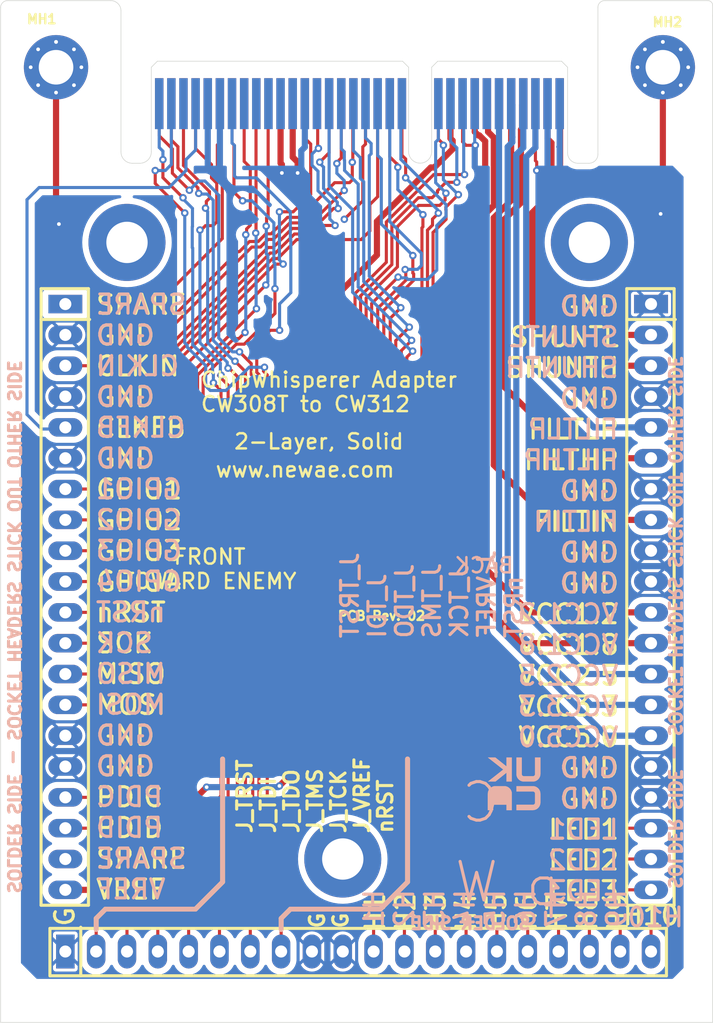
<source format=kicad_pcb>
(kicad_pcb (version 20221018) (generator pcbnew)
  (layers (0 "F.Cu" signal "Top Layer") (31 "B.Cu" signal "Bottom Layer") (34 "B.Paste" user "Bottom Paste") (35 "F.Paste" user "Top Paste") (36 "B.SilkS" user "Bottom Overlay") (37 "F.SilkS" user "Top Overlay") (38 "B.Mask" user "Bottom Solder") (39 "F.Mask" user "Top Solder") (44 "Edge.Cuts" user))
  (property "ADDRESS1" "1083 Queen St., Suite 196")
  (property "ADDRESS2" "Halifax")
  (property "ADDRESS3" "NS")
  (property "ADDRESS4" "Canada B3H 0B2")
  (property "DOCUMENTNUMBER" "")
  (property "ORGANIZATION" "NewAE Technology Inc.")
  (property "SHEETAPPROVED" "NO")
  (property "SHEETTOTAL" "")
  (net 0 "")
  (net 1 "JTAG_TRST")
  (net 2 "VCCADJ")
  (net 3 "VCC5.0")
  (net 4 "VCC3.3")
  (net 5 "VCC2.5")
  (net 6 "VCC1.8")
  (net 7 "VCC1.2")
  (net 8 "VCC1.0")
  (net 9 "TRACED3")
  (net 10 "TRACED2")
  (net 11 "TRACED1")
  (net 12 "TRACED0")
  (net 13 "TRACECLK")
  (net 14 "SHUNTL")
  (net 15 "SHUNTH")
  (net 16 "SCK")
  (net 17 "PDID")
  (net 18 "PDIC")
  (net 19 "nRST")
  (net 20 "nRST_OUT")
  (net 21 "MOSI")
  (net 22 "MISO")
  (net 23 "LED3")
  (net 24 "LED2")
  (net 25 "LED1")
  (net 26 "JTAG_VREF")
  (net 27 "JTAG_TMS")
  (net 28 "JTAG_TDO")
  (net 29 "JTAG_TDI")
  (net 30 "JTAG_TCK")
  (net 31 "JTAG_nRST")
  (net 32 "IOVREF")
  (net 33 "HDR10")
  (net 34 "HDR9")
  (net 35 "HDR8")
  (net 36 "HDR7")
  (net 37 "HDR6")
  (net 38 "HDR5")
  (net 39 "HDR4")
  (net 40 "HDR3")
  (net 41 "HDR2")
  (net 42 "HDR1")
  (net 43 "GPIO4/TRIG")
  (net 44 "GPIO3")
  (net 45 "GPIO2/RX")
  (net 46 "GPIO1/TX")
  (net 47 "GND")
  (net 48 "FILTIN")
  (net 49 "FILT_LP")
  (net 50 "FILT_HP")
  (net 51 "CLKOUT")
  (net 52 "CLKOUT_n")
  (net 53 "CLKIN")
  (net 54 "CLKIN_n")
  (footprint "C:_Users_cofly_Dropbox (NewAE Technology Inc)_engineering_altium_Libraries_footprints_CW308_TBOARD_CONN.PcbLib_CW308_TBOARD_CONN" (layer "F.Cu") (at 124.4976 87.9131)
    (fp_text reference "J1" hide)
    (fp_text value "CW308_TARGETCON" hide)
  )
  (footprint "C:_Users_colin_Dropbox (NewAE Technology Inc)_engineering_altium_Libraries_footprints_MOUNT_#4_TIGHT.PcbLib_MOUNT_#4_TIGHT" (layer "F.Cu") (at 173.7316 68.4031)
    (fp_text reference "MH2")
    (fp_text value "4-40 MH, Tight Fit" hide)
  )
  (footprint "CW308T_to_cardedge:PCIeX4-GF-2D-1000-1K-O64" (layer "F.Cu") (at 155.7316 71.4031 180)
    (fp_text reference "P1" hide)
    (fp_text value "PCIeX4-GF-2D-1000-1K-O64" hide)
  )
  (footprint "C:_Users_colin_Dropbox (NewAE Technology Inc)_engineering_altium_Libraries_footprints_MOUNT_#4_TIGHT.PcbLib_MOUNT_#4_TIGHT" (layer "F.Cu") (at 123.7316 68.4031)
    (fp_text reference "MH1")
    (fp_text value "4-40 MH, Tight Fit" hide)
  )
  (gr_line (start 142.2812 139.4381) (end 142.2812 138.5237) (stroke (width 0.4)) (layer "B.SilkS"))
  (gr_line (start 152.6952 135.5265) (end 152.6952 125.3919) (stroke (width 0.4)) (layer "B.SilkS"))
  (gr_line (start 127.0412 139.4381) (end 127.0412 138.5237) (stroke (width 0.4)) (layer "B.SilkS"))
  (gr_line (start 127.0412 138.5237) (end 127.8032 137.7617) (stroke (width 0.4)) (layer "B.SilkS"))
  (gr_line (start 127.8032 137.7617) (end 135.22 137.7617) (stroke (width 0.4)) (layer "B.SilkS"))
  (gr_line (start 137.4552 135.5265) (end 137.4552 125.3919) (stroke (width 0.4)) (layer "B.SilkS"))
  (gr_poly (pts (xy 161.82422 129.61746) (xy 163.05198 129.61746) (xy 163.05198 129.60588) (xy 163.13306 129.60588) (xy 163.13306 129.5943) (xy 163.19098 129.5943) (xy 163.19098 129.58271) (xy 163.22572 129.58271) (xy 163.22572 129.57113) (xy 163.24889 129.57113) (xy 163.24889 129.55955) (xy 163.28364 129.55955) (xy 163.28364 129.54796) (xy 163.3068 129.54796) (xy 163.3068 129.53638) (xy 163.32997 129.53638) (xy 163.32997 129.5248) (xy 163.35313 129.5248) (xy 163.35313 129.51322) (xy 163.36472 129.51322) (xy 163.36472 129.50163) (xy 163.3763 129.50163) (xy 163.3763 129.49005) (xy 163.39947 129.49005) (xy 163.39947 129.47847) (xy 163.41105 129.47847) (xy 163.41105 129.46689) (xy 163.42263 129.46689) (xy 163.42263 129.4553) (xy 163.4458 129.4553) (xy 163.4458 129.44372) (xy 163.45738 129.44372) (xy 163.45738 129.42056) (xy 163.48054 129.42056) (xy 163.48054 129.40897) (xy 163.49213 129.40897) (xy 163.49213 129.38581) (xy 163.50371 129.38581) (xy 163.50371 129.37423) (xy 163.51529 129.37423) (xy 163.51529 129.36264) (xy 163.52687 129.36264) (xy 163.52687 129.33948) (xy 163.53846 129.33948) (xy 163.53846 129.32789) (xy 163.55004 129.32789) (xy 163.55004 129.31631) (xy 163.56162 129.31631) (xy 163.56162 129.29315) (xy 163.5732 129.29315) (xy 163.5732 129.26998) (xy 163.58479 129.26998) (xy 163.58479 129.24682) (xy 163.59637 129.24682) (xy 163.59637 129.21207) (xy 163.60795 129.21207) (xy 163.60795 129.1889) (xy 163.61954 129.1889) (xy 163.61954 129.15415) (xy 163.63112 129.15415) (xy 163.63112 129.09624) (xy 163.6427 129.09624) (xy 163.6427 129.01516) (xy 163.65428 129.01516) (xy 163.65428 128.22754) (xy 163.6427 128.22754) (xy 163.6427 128.13488) (xy 163.63112 128.13488) (xy 163.63112 128.07697) (xy 163.61954 128.07697) (xy 163.61954 128.04222) (xy 163.60795 128.04222) (xy 163.60795 128.01905) (xy 163.59637 128.01905) (xy 163.59637 127.9843) (xy 163.58479 127.9843) (xy 163.58479 127.96114) (xy 163.5732 127.96114) (xy 163.5732 127.94956) (xy 163.56162 127.94956) (xy 163.56162 127.92639) (xy 163.55004 127.92639) (xy 163.55004 127.90323) (xy 163.53846 127.90323) (xy 163.53846 127.89164) (xy 163.52687 127.89164) (xy 163.52687 127.86848) (xy 163.51529 127.86848) (xy 163.51529 127.8569) (xy 163.50371 127.8569) (xy 163.50371 127.84531) (xy 163.49213 127.84531) (xy 163.49213 127.83373) (xy 163.48054 127.83373) (xy 163.48054 127.82215) (xy 163.46896 127.82215) (xy 163.46896 127.81056) (xy 163.45738 127.81056) (xy 163.45738 127.7874) (xy 163.43421 127.7874) (xy 163.43421 127.77582) (xy 163.42263 127.77582) (xy 163.42263 127.76423) (xy 163.41105 127.76423) (xy 163.41105 127.75265) (xy 163.38788 127.75265) (xy 163.38788 127.74107) (xy 163.3763 127.74107) (xy 163.3763 127.72949) (xy 163.36472 127.72949) (xy 163.36472 127.7179) (xy 163.34155 127.7179) (xy 163.34155 127.70632) (xy 163.31839 127.70632) (xy 163.31839 127.69474) (xy 163.3068 127.69474) (xy 163.3068 127.68315) (xy 163.27205 127.68315) (xy 163.27205 127.67157) (xy 163.24889 127.67157) (xy 163.24889 127.65999) (xy 163.22572 127.65999) (xy 163.22572 127.64841) (xy 163.1794 127.64841) (xy 163.1794 127.63682) (xy 163.13306 127.63682) (xy 163.13306 127.62524) (xy 161.66207 127.62524) (xy 161.66207 128.07697) (xy 163.07515 128.07697) (xy 163.07515 128.08855) (xy 163.09832 128.08855) (xy 163.09832 128.10013) (xy 163.12148 128.10013) (xy 163.12148 128.11171) (xy 163.13306 128.11171) (xy 163.13306 128.1233) (xy 163.14465 128.1233) (xy 163.14465 128.13488) (xy 163.15623 128.13488) (xy 163.15623 128.14646) (xy 163.16781 128.14646) (xy 163.16781 128.16963) (xy 163.1794 128.16963) (xy 163.1794 128.19279) (xy 163.19098 128.19279) (xy 163.19098 129.03833) (xy 163.1794 129.03833) (xy 163.1794 129.06149) (xy 163.16781 129.06149) (xy 163.16781 129.08466) (xy 163.15623 129.08466) (xy 163.15623 129.09624) (xy 163.14465 129.09624) (xy 163.14465 129.10782) (xy 163.13306 129.10782) (xy 163.13306 129.11941) (xy 163.12148 129.11941) (xy 163.12148 129.13099) (xy 163.09832 129.13099) (xy 163.09832 129.14257) (xy 163.07515 129.14257) (xy 163.07515 129.15415) (xy 161.66207 129.15415) (xy 161.66207 129.61746) (xy 161.81264 129.61746)) (fill solid) (layer "B.SilkS"))
  (gr_line (start 150.46 137.7617) (end 152.6952 135.5265) (stroke (width 0.4)) (layer "B.SilkS"))
  (gr_poly (pts (xy 162.11379 126.17741) (xy 162.11379 125.26238) (xy 161.66207 125.26238) (xy 161.66207 126.74496) (xy 161.67365 126.74496) (xy 161.67365 126.79129) (xy 161.68523 126.79129) (xy 161.68523 126.82604) (xy 161.69681 126.82604) (xy 161.69681 126.86079) (xy 161.70839 126.86079) (xy 161.70839 126.88395) (xy 161.71998 126.88395) (xy 161.71998 126.9187) (xy 161.73156 126.9187) (xy 161.73156 126.93028) (xy 161.74314 126.93028) (xy 161.74314 126.95345) (xy 161.75473 126.95345) (xy 161.75473 126.97661) (xy 161.76631 126.97661) (xy 161.76631 126.9882) (xy 161.77789 126.9882) (xy 161.77789 126.99978) (xy 161.78947 126.99978) (xy 161.78947 127.02294) (xy 161.80106 127.02294) (xy 161.80106 127.03452) (xy 161.81264 127.03452) (xy 161.81264 127.04611) (xy 161.82422 127.04611) (xy 161.82422 127.05769) (xy 161.8358 127.05769) (xy 161.8358 127.06927) (xy 161.84739 127.06927) (xy 161.84739 127.08086) (xy 161.85897 127.08086) (xy 161.85897 127.09244) (xy 161.87055 127.09244) (xy 161.87055 127.10402) (xy 161.88214 127.10402) (xy 161.88214 127.1156) (xy 161.89372 127.1156) (xy 161.89372 127.12719) (xy 161.91688 127.12719) (xy 161.91688 127.13877) (xy 161.92847 127.13877) (xy 161.92847 127.15035) (xy 161.94005 127.15035) (xy 161.94005 127.16193) (xy 161.96321 127.16193) (xy 161.96321 127.17352) (xy 161.98638 127.17352) (xy 161.98638 127.1851) (xy 161.99796 127.1851) (xy 161.99796 127.19668) (xy 162.03271 127.19668) (xy 162.03271 127.20827) (xy 162.05587 127.20827) (xy 162.05587 127.21985) (xy 162.09062 127.21985) (xy 162.09062 127.23143) (xy 162.12537 127.23143) (xy 162.12537 127.24301) (xy 162.1717 127.24301) (xy 162.1717 127.2546) (xy 163.13306 127.2546) (xy 163.13306 127.24301) (xy 163.1794 127.24301) (xy 163.1794 127.23143) (xy 163.22572 127.23143) (xy 163.22572 127.21985) (xy 163.24889 127.21985) (xy 163.24889 127.20827) (xy 163.27205 127.20827) (xy 163.27205 127.19668) (xy 163.3068 127.19668) (xy 163.3068 127.1851) (xy 163.31839 127.1851) (xy 163.31839 127.17352) (xy 163.34155 127.17352) (xy 163.34155 127.16193) (xy 163.36472 127.16193) (xy 163.36472 127.15035) (xy 163.3763 127.15035) (xy 163.3763 127.13877) (xy 163.38788 127.13877) (xy 163.38788 127.12719) (xy 163.41105 127.12719) (xy 163.41105 127.1156) (xy 163.42263 127.1156) (xy 163.42263 127.10402) (xy 163.43421 127.10402) (xy 163.43421 127.09244) (xy 163.45738 127.09244) (xy 163.45738 127.06927) (xy 163.46896 127.06927) (xy 163.46896 127.05769) (xy 163.48054 127.05769) (xy 163.48054 127.04611) (xy 163.49213 127.04611) (xy 163.49213 127.03452) (xy 163.50371 127.03452) (xy 163.50371 127.02294) (xy 163.51529 127.02294) (xy 163.51529 127.01136) (xy 163.52687 127.01136) (xy 163.52687 126.9882) (xy 163.53846 126.9882) (xy 163.53846 126.97661) (xy 163.55004 126.97661) (xy 163.55004 126.95345) (xy 163.56162 126.95345) (xy 163.56162 126.93028) (xy 163.5732 126.93028) (xy 163.5732 126.9187) (xy 163.58479 126.9187) (xy 163.58479 126.89553) (xy 163.59637 126.89553) (xy 163.59637 126.86079) (xy 163.60795 126.86079) (xy 163.60795 126.83762) (xy 163.61954 126.83762) (xy 163.61954 126.80287) (xy 163.63112 126.80287) (xy 163.63112 126.74496) (xy 163.6427 126.74496) (xy 163.6427 126.6523) (xy 163.65428 126.6523) (xy 163.65428 125.26238) (xy 163.19098 125.26238) (xy 163.19098 126.68705) (xy 163.1794 126.68705) (xy 163.1794 126.71021) (xy 163.16781 126.71021) (xy 163.16781 126.73338) (xy 163.15623 126.73338) (xy 163.15623 126.74496) (xy 163.14465 126.74496) (xy 163.14465 126.75654) (xy 163.13306 126.75654) (xy 163.13306 126.76812) (xy 163.12148 126.76812) (xy 163.12148 126.77971) (xy 163.09832 126.77971) (xy 163.09832 126.79129) (xy 163.07515 126.79129) (xy 163.07515 126.80287) (xy 162.2412 126.80287) (xy 162.2412 126.79129) (xy 162.20645 126.79129) (xy 162.20645 126.77971) (xy 162.18328 126.77971) (xy 162.18328 126.76812) (xy 162.1717 126.76812) (xy 162.1717 126.75654) (xy 162.16012 126.75654) (xy 162.16012 126.74496) (xy 162.14854 126.74496) (xy 162.14854 126.73338) (xy 162.13695 126.73338) (xy 162.13695 126.71021) (xy 162.12537 126.71021) (xy 162.12537 126.67546) (xy 162.11379 126.67546) (xy 162.11379 126.18899)) (fill solid) (layer "B.SilkS"))
  (gr_line (start 143.0432 137.7617) (end 150.46 137.7617) (stroke (width 0.4)) (layer "B.SilkS"))
  (gr_poly (pts (xy 159.82042 127.63682) (xy 159.77409 127.63682) (xy 159.77409 127.64841) (xy 159.72776 127.64841) (xy 159.72776 127.65999) (xy 159.70459 127.65999) (xy 159.70459 127.67157) (xy 159.68143 127.67157) (xy 159.68143 127.68315) (xy 159.64668 127.68315) (xy 159.64668 127.69474) (xy 159.6351 127.69474) (xy 159.6351 127.70632) (xy 159.61193 127.70632) (xy 159.61193 127.7179) (xy 159.58877 127.7179) (xy 159.58877 127.72949) (xy 159.57718 127.72949) (xy 159.57718 127.74107) (xy 159.5656 127.74107) (xy 159.5656 127.75265) (xy 159.54244 127.75265) (xy 159.54244 127.76423) (xy 159.53085 127.76423) (xy 159.53085 127.77582) (xy 159.51927 127.77582) (xy 159.51927 127.7874) (xy 159.49611 127.7874) (xy 159.49611 127.81056) (xy 159.48452 127.81056) (xy 159.48452 127.82215) (xy 159.47294 127.82215) (xy 159.47294 127.83373) (xy 159.46136 127.83373) (xy 159.46136 127.84531) (xy 159.44977 127.84531) (xy 159.44977 127.8569) (xy 159.43819 127.8569) (xy 159.43819 127.86848) (xy 159.42661 127.86848) (xy 159.42661 127.89164) (xy 159.41503 127.89164) (xy 159.41503 127.90323) (xy 159.40344 127.90323) (xy 159.40344 127.92639) (xy 159.39186 127.92639) (xy 159.39186 127.94956) (xy 159.38028 127.94956) (xy 159.38028 127.96114) (xy 159.3687 127.96114) (xy 159.3687 127.9843) (xy 159.35711 127.9843) (xy 159.35711 128.01905) (xy 159.34553 128.01905) (xy 159.34553 128.04222) (xy 159.33395 128.04222) (xy 159.33395 128.07697) (xy 159.32236 128.07697) (xy 159.32236 128.13488) (xy 159.31078 128.13488) (xy 159.31078 128.22754) (xy 159.2992 128.22754) (xy 159.2992 129.61746) (xy 159.76251 129.61746) (xy 159.76251 129.16574) (xy 160.83969 129.16574) (xy 160.83969 129.61746) (xy 161.29142 129.61746) (xy 161.29142 128.13488) (xy 161.27984 128.13488) (xy 161.27984 128.08855) (xy 161.26825 128.08855) (xy 161.26825 128.0538) (xy 161.25667 128.0538) (xy 161.25667 128.01905) (xy 161.24509 128.01905) (xy 161.24509 127.99589) (xy 161.23351 127.99589) (xy 161.23351 127.96114) (xy 161.22192 127.96114) (xy 161.22192 127.94956) (xy 161.21034 127.94956) (xy 161.21034 127.92639) (xy 161.19876 127.92639) (xy 161.19876 127.90323) (xy 161.18717 127.90323) (xy 161.18717 127.89164) (xy 161.17559 127.89164) (xy 161.17559 127.88006) (xy 161.16401 127.88006) (xy 161.16401 127.8569) (xy 161.15243 127.8569) (xy 161.15243 127.84531) (xy 161.14084 127.84531) (xy 161.14084 127.83373) (xy 161.12926 127.83373) (xy 161.12926 127.82215) (xy 161.11768 127.82215) (xy 161.11768 127.81056) (xy 161.1061 127.81056) (xy 161.1061 127.79898) (xy 161.09451 127.79898) (xy 161.09451 127.7874) (xy 161.08293 127.7874) (xy 161.08293 127.77582) (xy 161.07135 127.77582) (xy 161.07135 127.76423) (xy 161.05977 127.76423) (xy 161.05977 127.75265) (xy 161.0366 127.75265) (xy 161.0366 127.74107) (xy 161.02502 127.74107) (xy 161.02502 127.72949) (xy 161.01344 127.72949) (xy 161.01344 127.7179) (xy 160.99027 127.7179) (xy 160.99027 127.70632) (xy 160.9671 127.70632) (xy 160.9671 127.69474) (xy 160.95552 127.69474) (xy 160.95552 127.68315) (xy 160.92077 127.68315) (xy 160.92077 127.67157) (xy 160.89761 127.67157) (xy 160.89761 127.65999) (xy 160.86286 127.65999) (xy 160.86286 127.64841) (xy 160.82811 127.64841) (xy 160.82811 127.63682) (xy 160.78178 127.63682) (xy 160.78178 127.62524) (xy 159.82042 127.62524)) (fill solid) (layer "B.SilkS"))
  (gr_line (start 135.22 137.7617) (end 137.4552 135.5265) (stroke (width 0.4)) (layer "B.SilkS"))
  (gr_line (start 142.2812 138.5237) (end 143.0432 137.7617) (stroke (width 0.4)) (layer "B.SilkS"))
  (gr_poly (pts (xy 161.29142 125.81834) (xy 161.29142 125.26238) (xy 160.83969 125.26238) (xy 160.83969 125.9805) (xy 160.81653 125.9805) (xy 160.81653 125.96892) (xy 160.80495 125.96892) (xy 160.80495 125.95734) (xy 160.79336 125.95734) (xy 160.79336 125.94575) (xy 160.78178 125.94575) (xy 160.78178 125.93417) (xy 160.7702 125.93417) (xy 160.7702 125.92259) (xy 160.74703 125.92259) (xy 160.74703 125.91101) (xy 160.73545 125.91101) (xy 160.73545 125.89942) (xy 160.72387 125.89942) (xy 160.72387 125.88784) (xy 160.71229 125.88784) (xy 160.71229 125.87626) (xy 160.68912 125.87626) (xy 160.68912 125.86468) (xy 160.67754 125.86468) (xy 160.67754 125.85309) (xy 160.66596 125.85309) (xy 160.66596 125.84151) (xy 160.64279 125.84151) (xy 160.64279 125.82993) (xy 160.63121 125.82993) (xy 160.63121 125.81834) (xy 160.61962 125.81834) (xy 160.61962 125.80676) (xy 160.60804 125.80676) (xy 160.60804 125.79518) (xy 160.59646 125.79518) (xy 160.59646 125.7836) (xy 160.57329 125.7836) (xy 160.57329 125.77202) (xy 160.56171 125.77202) (xy 160.56171 125.76043) (xy 160.55013 125.76043) (xy 160.55013 125.74885) (xy 160.53854 125.74885) (xy 160.53854 125.73727) (xy 160.51538 125.73727) (xy 160.51538 125.72568) (xy 160.5038 125.72568) (xy 160.5038 125.7141) (xy 160.49221 125.7141) (xy 160.49221 125.70252) (xy 160.46905 125.70252) (xy 160.46905 125.69094) (xy 160.45747 125.69094) (xy 160.45747 125.67935) (xy 160.44589 125.67935) (xy 160.44589 125.66777) (xy 160.4343 125.66777) (xy 160.4343 125.65619) (xy 160.42272 125.65619) (xy 160.42272 125.64461) (xy 160.39955 125.64461) (xy 160.39955 125.63302) (xy 160.38797 125.63302) (xy 160.38797 125.62144) (xy 160.37639 125.62144) (xy 160.37639 125.60986) (xy 160.36481 125.60986) (xy 160.36481 125.59827) (xy 160.34164 125.59827) (xy 160.34164 125.58669) (xy 160.33006 125.58669) (xy 160.33006 125.57511) (xy 160.31847 125.57511) (xy 160.31847 125.56353) (xy 160.29531 125.56353) (xy 160.29531 125.55194) (xy 160.28373 125.55194) (xy 160.28373 125.54036) (xy 160.27214 125.54036) (xy 160.27214 125.52878) (xy 160.26056 125.52878) (xy 160.26056 125.51719) (xy 160.24898 125.51719) (xy 160.24898 125.50561) (xy 160.22581 125.50561) (xy 160.22581 125.49403) (xy 160.21423 125.49403) (xy 160.21423 125.48245) (xy 160.20265 125.48245) (xy 160.20265 125.47087) (xy 160.19106 125.47087) (xy 160.19106 125.45928) (xy 160.1679 125.45928) (xy 160.1679 125.4477) (xy 160.15632 125.4477) (xy 160.15632 125.43612) (xy 160.14474 125.43612) (xy 160.14474 125.42453) (xy 160.12157 125.42453) (xy 160.12157 125.41295) (xy 160.10999 125.41295) (xy 160.10999 125.40137) (xy 160.0984 125.40137) (xy 160.0984 125.38979) (xy 160.08682 125.38979) (xy 160.08682 125.3782) (xy 160.07524 125.3782) (xy 160.07524 125.36662) (xy 160.05207 125.36662) (xy 160.05207 125.35504) (xy 160.04049 125.35504) (xy 160.04049 125.34346) (xy 160.02891 125.34346) (xy 160.02891 125.33187) (xy 160.01733 125.33187) (xy 160.01733 125.32029) (xy 159.99416 125.32029) (xy 159.99416 125.30871) (xy 159.98258 125.30871) (xy 159.98258 125.29712) (xy 159.97099 125.29712) (xy 159.97099 125.28554) (xy 159.94783 125.28554) (xy 159.94783 125.27396) (xy 159.93625 125.27396) (xy 159.93625 125.26238) (xy 159.31078 125.26238) (xy 159.31078 125.27396) (xy 159.32236 125.27396) (xy 159.32236 125.28554) (xy 159.33395 125.28554) (xy 159.33395 125.29712) (xy 159.34553 125.29712) (xy 159.34553 125.30871) (xy 159.35711 125.30871) (xy 159.35711 125.32029) (xy 159.38028 125.32029) (xy 159.38028 125.33187) (xy 159.39186 125.33187) (xy 159.39186 125.34346) (xy 159.40344 125.34346) (xy 159.40344 125.35504) (xy 159.42661 125.35504) (xy 159.42661 125.36662) (xy 159.43819 125.36662) (xy 159.43819 125.3782) (xy 159.44977 125.3782) (xy 159.44977 125.38979) (xy 159.46136 125.38979) (xy 159.46136 125.40137) (xy 159.48452 125.40137) (xy 159.48452 125.41295) (xy 159.49611 125.41295) (xy 159.49611 125.42453) (xy 159.50769 125.42453) (xy 159.50769 125.43612) (xy 159.53085 125.43612) (xy 159.53085 125.4477) (xy 159.54244 125.4477) (xy 159.54244 125.45928) (xy 159.55402 125.45928) (xy 159.55402 125.47087) (xy 159.5656 125.47087) (xy 159.5656 125.48245) (xy 159.58877 125.48245) (xy 159.58877 125.49403) (xy 159.60035 125.49403) (xy 159.60035 125.50561) (xy 159.61193 125.50561) (xy 159.61193 125.51719) (xy 159.62351 125.51719) (xy 159.62351 125.52878) (xy 159.64668 125.52878) (xy 159.64668 125.54036) (xy 159.65826 125.54036) (xy 159.65826 125.55194) (xy 159.66984 125.55194) (xy 159.66984 125.56353) (xy 159.69301 125.56353) (xy 159.69301 125.57511) (xy 159.70459 125.57511) (xy 159.70459 125.58669) (xy 159.71618 125.58669) (xy 159.71618 125.59827) (xy 159.72776 125.59827) (xy 159.72776 125.60986) (xy 159.75092 125.60986) (xy 159.75092 125.62144) (xy 159.76251 125.62144) (xy 159.76251 125.63302) (xy 159.77409 125.63302) (xy 159.77409 125.64461) (xy 159.78567 125.64461) (xy 159.78567 125.65619) (xy 159.80884 125.65619) (xy 159.80884 125.66777) (xy 159.82042 125.66777) (xy 159.82042 125.67935) (xy 159.832 125.67935) (xy 159.832 125.69094) (xy 159.84359 125.69094) (xy 159.84359 125.70252) (xy 159.86675 125.70252) (xy 159.86675 125.7141) (xy 159.87833 125.7141) (xy 159.87833 125.72568) (xy 159.88991 125.72568) (xy 159.88991 125.73727) (xy 159.91308 125.73727) (xy 159.91308 125.74885) (xy 159.92466 125.74885) (xy 159.92466 125.76043) (xy 159.93625 125.76043) (xy 159.93625 125.77202) (xy 159.94783 125.77202) (xy 159.94783 125.7836) (xy 159.97099 125.7836) (xy 159.97099 125.79518) (xy 159.98258 125.79518) (xy 159.98258 125.80676) (xy 159.99416 125.80676) (xy 159.99416 125.81834) (xy 160.01733 125.81834) (xy 160.01733 125.82993) (xy 160.02891 125.82993) (xy 160.02891 125.84151) (xy 160.04049 125.84151) (xy 160.04049 125.85309) (xy 160.05207 125.85309) (xy 160.05207 125.86468) (xy 160.07524 125.86468) (xy 160.07524 125.87626) (xy 160.08682 125.87626) (xy 160.08682 125.88784) (xy 160.0984 125.88784) (xy 160.0984 125.89942) (xy 160.10999 125.89942) (xy 160.10999 125.91101) (xy 160.13315 125.91101) (xy 160.13315 125.92259) (xy 160.14474 125.92259) (xy 160.14474 125.93417) (xy 160.15632 125.93417) (xy 160.15632 125.94575) (xy 160.17948 125.94575) (xy 160.17948 125.95734) (xy 160.19106 125.95734) (xy 160.19106 125.96892) (xy 160.20265 125.96892) (xy 160.20265 125.9805) (xy 160.21423 125.9805) (xy 160.21423 125.99209) (xy 160.2374 125.99209) (xy 160.2374 126.00367) (xy 160.24898 126.00367) (xy 160.24898 126.01525) (xy 160.26056 126.01525) (xy 160.26056 126.02683) (xy 160.27214 126.02683) (xy 160.27214 126.03842) (xy 160.29531 126.03842) (xy 160.29531 126.05) (xy 160.30689 126.05) (xy 160.30689 126.06158) (xy 160.31847 126.06158) (xy 160.31847 126.07316) (xy 160.33006 126.07316) (xy 160.33006 126.08475) (xy 160.35322 126.08475) (xy 160.35322 126.09633) (xy 160.36481 126.09633) (xy 160.36481 126.10791) (xy 160.37639 126.10791) (xy 160.37639 126.1195) (xy 160.39955 126.1195) (xy 160.39955 126.13108) (xy 160.41114 126.13108) (xy 160.41114 126.14266) (xy 160.42272 126.14266) (xy 160.42272 126.15424) (xy 160.4343 126.15424) (xy 160.4343 126.16582) (xy 160.45747 126.16582) (xy 160.45747 126.17741) (xy 160.46905 126.17741) (xy 160.46905 126.18899) (xy 160.48063 126.18899) (xy 160.48063 126.20057) (xy 160.5038 126.20057) (xy 160.5038 126.21216) (xy 160.51538 126.21216) (xy 160.51538 126.22374) (xy 160.52696 126.22374) (xy 160.52696 126.23532) (xy 160.53854 126.23532) (xy 160.53854 126.2469) (xy 160.56171 126.2469) (xy 160.56171 126.25849) (xy 160.57329 126.25849) (xy 160.57329 126.27007) (xy 160.55013 126.27007) (xy 160.55013 126.28165) (xy 160.53854 126.28165) (xy 160.53854 126.29323) (xy 160.52696 126.29323) (xy 160.52696 126.30482) (xy 160.51538 126.30482) (xy 160.51538 126.3164) (xy 160.49221 126.3164) (xy 160.49221 126.32798) (xy 160.48063 126.32798) (xy 160.48063 126.33957) (xy 160.46905 126.33957) (xy 160.46905 126.35115) (xy 160.45747 126.35115) (xy 160.45747 126.36273) (xy 160.4343 126.36273) (xy 160.4343 126.37431) (xy 160.42272 126.37431) (xy 160.42272 126.3859) (xy 160.41114 126.3859) (xy 160.41114 126.39748) (xy 160.38797 126.39748) (xy 160.38797 126.40906) (xy 160.37639 126.40906) (xy 160.37639 126.42065) (xy 160.36481 126.42065) (xy 160.36481 126.43223) (xy 160.35322 126.43223) (xy 160.35322 126.44381) (xy 160.33006 126.44381) (xy 160.33006 126.45539) (xy 160.31847 126.45539) (xy 160.31847 126.46697) (xy 160.30689 126.46697) (xy 160.30689 126.47856) (xy 160.29531 126.47856) (xy 160.29531 126.49014) (xy 160.27214 126.49014) (xy 160.27214 126.50172) (xy 160.26056 126.50172) (xy 160.26056 126.5133) (xy 160.24898 126.5133) (xy 160.24898 126.52489) (xy 160.22581 126.52489) (xy 160.22581 126.53647) (xy 160.21423 126.53647) (xy 160.21423 126.54805) (xy 160.20265 126.54805) (xy 160.20265 126.55964) (xy 160.19106 126.55964) (xy 160.19106 126.57122) (xy 160.1679 126.57122) (xy 160.1679 126.5828) (xy 160.15632 126.5828) (xy 160.15632 126.59438) (xy 160.14474 126.59438) (xy 160.14474 126.60597) (xy 160.12157 126.60597) (xy 160.12157 126.61755) (xy 160.10999 126.61755) (xy 160.10999 126.62913) (xy 160.0984 126.62913) (xy 160.0984 126.64072) (xy 160.08682 126.64072) (xy 160.08682 126.6523) (xy 160.06366 126.6523) (xy 160.06366 126.66388) (xy 160.05207 126.66388) (xy 160.05207 126.67546) (xy 160.04049 126.67546) (xy 160.04049 126.68705) (xy 160.02891 126.68705) (xy 160.02891 126.69863) (xy 160.00574 126.69863) (xy 160.00574 126.71021) (xy 159.99416 126.71021) (xy 159.99416 126.72179) (xy 159.98258 126.72179) (xy 159.98258 126.73338) (xy 159.97099 126.73338) (xy 159.97099 126.74496) (xy 159.94783 126.74496) (xy 159.94783 126.75654) (xy 159.93625 126.75654) (xy 159.93625 126.76812) (xy 159.92466 126.76812) (xy 159.92466 126.77971) (xy 159.9015 126.77971) (xy 159.9015 126.79129) (xy 159.88991 126.79129) (xy 159.88991 126.80287) (xy 159.87833 126.80287) (xy 159.87833 126.81445) (xy 159.86675 126.81445) (xy 159.86675 126.82604) (xy 159.84359 126.82604) (xy 159.84359 126.83762) (xy 159.832 126.83762) (xy 159.832 126.8492) (xy 159.82042 126.8492) (xy 159.82042 126.86079) (xy 159.80884 126.86079) (xy 159.80884 126.87237) (xy 159.78567 126.87237) (xy 159.78567 126.88395) (xy 159.77409 126.88395) (xy 159.77409 126.89553) (xy 159.76251 126.89553) (xy 159.76251 126.90712) (xy 159.73934 126.90712) (xy 159.73934 126.9187) (xy 159.72776 126.9187) (xy 159.72776 126.93028) (xy 159.71618 126.93028) (xy 159.71618 126.94186) (xy 159.70459 126.94186) (xy 159.70459 126.95345) (xy 159.68143 126.95345) (xy 159.68143 126.96503) (xy 159.66984 126.96503) (xy 159.66984 126.97661) (xy 159.65826 126.97661) (xy 159.65826 126.9882) (xy 159.6351 126.9882) (xy 159.6351 126.99978) (xy 159.62351 126.99978) (xy 159.62351 127.01136) (xy 159.61193 127.01136) (xy 159.61193 127.02294) (xy 159.60035 127.02294) (xy 159.60035 127.03452) (xy 159.57718 127.03452) (xy 159.57718 127.04611) (xy 159.5656 127.04611) (xy 159.5656 127.05769) (xy 159.55402 127.05769) (xy 159.55402 127.06927) (xy 159.54244 127.06927) (xy 159.54244 127.08086) (xy 159.51927 127.08086) (xy 159.51927 127.09244) (xy 159.50769 127.09244) (xy 159.50769 127.10402) (xy 159.49611 127.10402) (xy 159.49611 127.1156) (xy 159.48452 127.1156) (xy 159.48452 127.12719) (xy 159.46136 127.12719) (xy 159.46136 127.13877) (xy 159.44977 127.13877) (xy 159.44977 127.15035) (xy 159.43819 127.15035) (xy 159.43819 127.16193) (xy 159.41503 127.16193) (xy 159.41503 127.17352) (xy 159.40344 127.17352) (xy 159.40344 127.1851) (xy 159.39186 127.1851) (xy 159.39186 127.19668) (xy 159.38028 127.19668) (xy 159.38028 127.20827) (xy 159.35711 127.20827) (xy 159.35711 127.21985) (xy 159.34553 127.21985) (xy 159.34553 127.23143) (xy 159.33395 127.23143) (xy 159.33395 127.24301) (xy 159.32236 127.24301) (xy 159.32236 127.2546) (xy 159.94783 127.2546) (xy 159.94783 127.24301) (xy 159.95941 127.24301) (xy 159.95941 127.23143) (xy 159.98258 127.23143) (xy 159.98258 127.21985) (xy 159.99416 127.21985) (xy 159.99416 127.20827) (xy 160.00574 127.20827) (xy 160.00574 127.19668) (xy 160.02891 127.19668) (xy 160.02891 127.1851) (xy 160.04049 127.1851) (xy 160.04049 127.17352) (xy 160.05207 127.17352) (xy 160.05207 127.16193) (xy 160.06366 127.16193) (xy 160.06366 127.15035) (xy 160.08682 127.15035) (xy 160.08682 127.13877) (xy 160.0984 127.13877) (xy 160.0984 127.12719) (xy 160.10999 127.12719) (xy 160.10999 127.1156) (xy 160.12157 127.1156) (xy 160.12157 127.10402) (xy 160.13315 127.10402) (xy 160.13315 127.09244) (xy 160.15632 127.09244) (xy 160.15632 127.08086) (xy 160.1679 127.08086) (xy 160.1679 127.06927) (xy 160.17948 127.06927) (xy 160.17948 127.05769) (xy 160.20265 127.05769) (xy 160.20265 127.04611) (xy 160.21423 127.04611) (xy 160.21423 127.03452) (xy 160.22581 127.03452) (xy 160.22581 127.02294) (xy 160.2374 127.02294) (xy 160.2374 127.01136) (xy 160.26056 127.01136) (xy 160.26056 126.99978) (xy 160.27214 126.99978) (xy 160.27214 126.9882) (xy 160.28373 126.9882) (xy 160.28373 126.97661) (xy 160.29531 126.97661) (xy 160.29531 126.96503) (xy 160.30689 126.96503) (xy 160.30689 126.95345) (xy 160.33006 126.95345) (xy 160.33006 126.94186) (xy 160.34164 126.94186) (xy 160.34164 126.93028) (xy 160.35322 126.93028) (xy 160.35322 126.9187) (xy 160.37639 126.9187) (xy 160.37639 126.90712) (xy 160.38797 126.90712) (xy 160.38797 126.89553) (xy 160.39955 126.89553) (xy 160.39955 126.88395) (xy 160.41114 126.88395) (xy 160.41114 126.87237) (xy 160.4343 126.87237) (xy 160.4343 126.86079) (xy 160.44589 126.86079) (xy 160.44589 126.8492) (xy 160.45747 126.8492) (xy 160.45747 126.83762) (xy 160.46905 126.83762) (xy 160.46905 126.82604) (xy 160.48063 126.82604) (xy 160.48063 126.81445) (xy 160.5038 126.81445) (xy 160.5038 126.80287) (xy 160.51538 126.80287) (xy 160.51538 126.79129) (xy 160.52696 126.79129) (xy 160.52696 126.77971) (xy 160.55013 126.77971) (xy 160.55013 126.76812) (xy 160.56171 126.76812) (xy 160.56171 126.75654) (xy 160.57329 126.75654) (xy 160.57329 126.74496) (xy 160.58488 126.74496) (xy 160.58488 126.73338) (xy 160.60804 126.73338) (xy 160.60804 126.72179) (xy 160.61962 126.72179) (xy 160.61962 126.71021) (xy 160.63121 126.71021) (xy 160.63121 126.69863) (xy 160.64279 126.69863) (xy 160.64279 126.68705) (xy 160.65437 126.68705) (xy 160.65437 126.67546) (xy 160.67754 126.67546) (xy 160.67754 126.66388) (xy 160.68912 126.66388) (xy 160.68912 126.6523) (xy 160.7007 126.6523) (xy 160.7007 126.64072) (xy 160.72387 126.64072) (xy 160.72387 126.62913) (xy 160.73545 126.62913) (xy 160.73545 126.61755) (xy 160.74703 126.61755) (xy 160.74703 126.60597) (xy 160.75862 126.60597) (xy 160.75862 126.59438) (xy 160.78178 126.59438) (xy 160.78178 126.5828) (xy 160.79336 126.5828) (xy 160.79336 126.57122) (xy 160.80495 126.57122) (xy 160.80495 126.55964) (xy 160.81653 126.55964) (xy 160.81653 126.54805) (xy 160.82811 126.54805) (xy 160.82811 126.53647) (xy 160.83969 126.53647) (xy 160.83969 127.2546) (xy 161.29142 127.2546) (xy 161.29142 125.82993)) (fill solid) (layer "B.SilkS"))
  (gr_line (start 127.0412 138.5237) (end 127.8032 137.7617) (stroke (width 0.4)) (layer "F.SilkS"))
  (gr_line (start 137.4552 135.5265) (end 137.4552 125.3919) (stroke (width 0.4)) (layer "F.SilkS"))
  (gr_line (start 127.8032 137.7617) (end 135.22 137.7617) (stroke (width 0.4)) (layer "F.SilkS"))
  (gr_line (start 152.6952 135.5265) (end 152.6952 125.3919) (stroke (width 0.4)) (layer "F.SilkS"))
  (gr_line (start 127.0412 139.4381) (end 127.0412 138.5237) (stroke (width 0.4)) (layer "F.SilkS"))
  (gr_line (start 135.22 137.7617) (end 137.4552 135.5265) (stroke (width 0.4)) (layer "F.SilkS"))
  (gr_line (start 143.0432 137.7617) (end 150.46 137.7617) (stroke (width 0.4)) (layer "F.SilkS"))
  (gr_line (start 142.2812 139.4381) (end 142.2812 138.5237) (stroke (width 0.4)) (layer "F.SilkS"))
  (gr_line (start 150.46 137.7617) (end 152.6952 135.5265) (stroke (width 0.4)) (layer "F.SilkS"))
  (gr_line (start 142.2812 138.5237) (end 143.0432 137.7617) (stroke (width 0.4)) (layer "F.SilkS"))
  (gr_line (start 152.7816 68.40309) (end 152.7816 75.353097) (stroke (width 0.05)) (layer "Edge.Cuts"))
  (gr_line (start 165.88162 68.40311) (end 165.88162 75.45512) (stroke (width 0.05)) (layer "Edge.Cuts"))
  (gr_line (start 154.68158 68.40311) (end 155.18161 67.90308) (stroke (width 0.05)) (layer "Edge.Cuts"))
  (gr_line (start 119.1636 63.4871) (end 119.1636 147.0951) (stroke (width 0.05)) (layer "Edge.Cuts"))
  (gr_line (start 165.38159 67.90308) (end 155.18161 67.90308) (stroke (width 0.05)) (layer "Edge.Cuts"))
  (gr_line (start 177.8376 147.0951) (end 177.8376 64.1641) (stroke (width 0.05)) (layer "Edge.Cuts"))
  (gr_line (start 129.08161 75.37722) (end 129.0816 63.755106) (stroke (width 0.05)) (layer "Edge.Cuts"))
  (gr_arc (start 177.4386 62.9121) (mid 177.721443 63.029257) (end 177.8386 63.3121) (stroke (width 0.05)) (layer "Edge.Cuts"))
  (gr_line (start 152.28159 67.90308) (end 132.08158 67.90308) (stroke (width 0.05)) (layer "Edge.Cuts"))
  (gr_line (start 177.4386 62.9121) (end 168.9386 62.9121) (stroke (width 0.05)) (layer "Edge.Cuts"))
  (gr_line (start 128.238596 62.91211) (end 128.2386 62.91211) (stroke (width 0.05)) (layer "Edge.Cuts"))
  (gr_arc (start 128.238596 62.91211) (mid 128.834685 63.159017) (end 129.0816 63.755106) (stroke (width 0.05)) (layer "Edge.Cuts"))
  (gr_line (start 167.6386 76.31209) (end 167.6386 76.3121) (stroke (width 0.05)) (layer "Edge.Cuts"))
  (gr_line (start 152.28159 67.90308) (end 152.7816 68.40309) (stroke (width 0.05)) (layer "Edge.Cuts"))
  (gr_line (start 168.38162 63.46908) (end 168.38161 75.56908) (stroke (width 0.05)) (layer "Edge.Cuts"))
  (gr_arc (start 119.1636 63.4871) (mid 119.332014 63.080514) (end 119.7386 62.9121) (stroke (width 0.05)) (layer "Edge.Cuts"))
  (gr_arc (start 131.58161 75.36909) (mid 131.305412 76.035905) (end 130.6386 76.3121) (stroke (width 0.05)) (layer "Edge.Cuts"))
  (gr_arc (start 168.38162 63.46908) (mid 168.544763 63.075249) (end 168.9386 62.9121) (stroke (width 0.05)) (layer "Edge.Cuts"))
  (gr_arc (start 168.38161 75.56908) (mid 168.163994 76.09448) (end 167.6386 76.31209) (stroke (width 0.05)) (layer "Edge.Cuts"))
  (gr_line (start 167.6386 76.3121) (end 166.7386 76.3121) (stroke (width 0.05)) (layer "Edge.Cuts"))
  (gr_arc (start 166.7386 76.3121) (mid 166.132617 76.061098) (end 165.88162 75.45512) (stroke (width 0.05)) (layer "Edge.Cuts"))
  (gr_line (start 132.08158 67.90308) (end 131.58161 68.40305) (stroke (width 0.05)) (layer "Edge.Cuts"))
  (gr_line (start 154.68158 75.353103) (end 154.68158 68.40311) (stroke (width 0.05)) (layer "Edge.Cuts"))
  (gr_arc (start 130.01648 76.31209) (mid 129.355433 76.038267) (end 129.08161 75.37722) (stroke (width 0.05)) (layer "Edge.Cuts"))
  (gr_arc (start 154.68158 75.353103) (mid 153.731597 76.30308) (end 152.7816 75.353097) (stroke (width 0.05)) (layer "Edge.Cuts"))
  (gr_line (start 152.7816 75.353097) (end 152.7816 75.3531) (stroke (width 0.05)) (layer "Edge.Cuts"))
  (gr_line (start 130.01648 76.3121) (end 130.01648 76.31209) (stroke (width 0.05)) (layer "Edge.Cuts"))
  (gr_line (start 128.2386 62.91211) (end 119.7386 62.91211) (stroke (width 0.05)) (layer "Edge.Cuts"))
  (gr_line (start 177.8386 64.1631) (end 177.8386 63.3121) (stroke (width 0.05)) (layer "Edge.Cuts"))
  (gr_line (start 119.1636 147.0951) (end 177.8376 147.0951) (stroke (width 0.05)) (layer "Edge.Cuts"))
  (gr_line (start 165.88162 68.40311) (end 165.38159 67.90308) (stroke (width 0.05)) (layer "Edge.Cuts"))
  (gr_line (start 131.58161 68.40305) (end 131.58161 75.36909) (stroke (width 0.05)) (layer "Edge.Cuts"))
  (gr_arc (start 177.8386 64.1631) (mid 177.838307 64.163807) (end 177.8376 64.1641) (stroke (width 0.05)) (layer "Edge.Cuts"))
  (gr_line (start 130.01648 76.31209) (end 130.6386 76.31209) (stroke (width 0.05)) (layer "Edge.Cuts"))
  (gr_text "p" (at 163.8458 135.8567 360) (layer "B.SilkS") (effects (font (size 3.175 3.175) (thickness 0.254)) (justify mirror)))
  (gr_text "SOLDER SIDE - SOCKET HEADERS STICK OUT OTHER SIDE" (at 120.26434 136.5933 270) (layer "B.SilkS") (effects (font (size 1 1) (thickness 0.25)) (justify left mirror)))
  (gr_text "J_TRST\nJ_TDI\nJ_TDO\nJ_TMS\nJ_TCK\nJ_VREF\nnRST" (at 154.7018 115.57604 90) (layer "B.SilkS") (effects (font (size 1.4 1.4) (thickness 0.254)) (justify right mirror)))
  (gr_text "SPARE\nGND\nCLKIN\nGND\nCLKFB\nGND\nGPIO1\nGPIO2\nGPIO3\nGPIO4\nnRST\nSCK\nMISO\nMOSI\nGND\nGND\nPDIC\nPDID\nSPARE\nVREF" (at 126.8686 112.0321) (layer "B.SilkS") (effects (font (size 1.575 1.575) (thickness 0.254)) (justify right mirror)))
  (gr_text "W" (at 158.3848 135.5519 360) (layer "B.SilkS") (effects (font (size 3.175 3.175) (thickness 0.254)) (justify mirror)))
  (gr_text "H10" (at 170.6686 138.4321 360) (layer "B.SilkS") (effects (font (size 1.55194 1.55194) (thickness 0.254)) (justify right mirror)))
  (gr_text "SOLDER SIDE" (at 162.9568 138.93746 360) (layer "B.SilkS") (effects (font (size 1 1) (thickness 0.25)) (justify left mirror)))
  (gr_text "SOLDER SIDE - SOCKET HEADERS STICK OUT OTHER SIDE" (at 174.72194 136.2123 270) (layer "B.SilkS") (effects (font (size 1 1) (thickness 0.25)) (justify left mirror)))
  (gr_text "BACK" (at 159.00054 110.1773 360) (layer "B.SilkS") (effects (font (size 1.25 1.25) (thickness 0.2032) bold) (justify bottom mirror)))
  (gr_text "GND\nSHUNTL\nSHUNTH\nGND\nFILTLP\nFILTHP\nGND\nFILTIN\nGND\nGND\nVCC1.2\nVCC1.8\nVCC2.5\nVCC3.3\nVCC5.0\nGND\nGND\nLED1\nLED2\nLED3" (at 170.2186 112.1821) (layer "B.SilkS") (effects (font (size 1.575 1.575) (thickness 0.254)) (justify left mirror)))
  (gr_text "H1\nH2\nH3\nH4\nH5\nH6\nH7\nH8\nH9" (at 159.9186 139.4321 90) (layer "B.SilkS") (effects (font (size 1.55194 1.55194) (thickness 0.254)) (justify right mirror)))
  (gr_text "C" (at 158.7404 128.9733 360) (layer "B.SilkS") (effects (font (size 3.175 3.175) (thickness 0.254)) (justify mirror)))
  (gr_text "G\nG" (at 146.2186 137.9321 90) (layer "F.SilkS") (effects (font (size 1.2 1.2) (thickness 0.254)) (justify right)))
  (gr_text "PCB Rev: 02" (at 146.8532 114.0381 360) (layer "F.SilkS") (effects (font (size 0.75 0.75) (thickness 0.2032) bold) (justify left bottom)))
  (gr_text "www.newae.com" (at 136.7694 102.2779 360) (layer "F.SilkS") (effects (font (size 1.25 1.25) (thickness 0.2032) bold) (justify left bottom)))
  (gr_text "H1\nH2\nH3\nH4\nH5\nH6\nH7\nH8\nH9" (at 160.0186 136.2821 90) (layer "F.SilkS") (effects (font (size 1.55194 1.55194) (thickness 0.254)) (justify right)))
  (gr_text "J_TRST\nJ_TDI\nJ_TDO\nJ_TMS\nJ_TCK\nJ_VREF\nnRST" (at 145.0686 131.6321 90) (layer "F.SilkS") (effects (font (size 1.2 1.2) (thickness 0.254)) (justify left)))
  (gr_text "H10" (at 175.2186 138.2821 360) (layer "F.SilkS") (effects (font (size 1.55194 1.55194) (thickness 0.254)) (justify right)))
  (gr_text "SPARE\nGND\nCLKIN\nGND\nCLKFB\nGND\nGPIO1\nGPIO2\nGPIO3\nGPIO4\nnRST\nSCK\nMISO\nMOSI\nGND\nGND\nPDIC\nPDID\nSPARE\nVREF" (at 126.884682 112.051503) (layer "F.SilkS") (effects (font (size 1.575 1.575) (thickness 0.254)) (justify left)))
  (gr_text "G" (at 124.4501 137.4431 90) (layer "F.SilkS") (effects (font (size 1.55194 1.55194) (thickness 0.254)) (justify right)))
  (gr_text "2-Layer, Solid" (at 138.2934 99.9665 360) (layer "F.SilkS") (effects (font (size 1.25 1.25) (thickness 0.2032) bold) (justify left bottom)))
  (gr_text "GND\nSHUNTL\nSHUNTH\nGND\nFILTLP\nFILTHP\nGND\nFILTIN\nGND\nGND\nVCC1.2\nVCC1.8\nVCC2.5\nVCC3.3\nVCC5.0\nGND\nGND\nLED1\nLED2\nLED3" (at 170.259516 112.185673) (layer "F.SilkS") (effects (font (size 1.575 1.575) (thickness 0.254)) (justify right)))
  (gr_text "ChipWhisperer Adapter\nCW308T to CW312" (at 135.5502 96.8931 360) (layer "F.SilkS") (effects (font (size 1.25 1.25) (thickness 0.2032) bold) (justify left bottom)))
  (gr_text "FRONT\nTOWARD ENEMY" (at 136.38226 111.4727 360) (layer "F.SilkS") (effects (font (size 1.25 1.25) (thickness 0.2032) bold) (justify bottom)))
  (segment (start 132.5386 77.49876) (end 132.5386 76.0121) (width 0.254) (layer "F.Cu") (net 1))
  (segment (start 132.5386 77.49876) (end 134.19527 79.15543) (width 0.254) (layer "F.Cu") (net 1))
  (segment (start 127.0376 141.2531) (end 127.0376 138.7131) (width 0.254) (layer "F.Cu") (net 1))
  (segment (start 136.70051 94.40101) (end 137.3246 95.0251) (width 0.254) (layer "F.Cu") (net 1))
  (segment (start 127.0376 138.7131) (end 137.3246 128.4261) (width 0.254) (layer "F.Cu") (net 1))
  (segment (start 137.3246 128.4261) (end 137.3246 95.0251) (width 0.254) (layer "F.Cu") (net 1))
  (segment (start 136.70051 94.40101) (end 136.70051 94.39809) (width 0.254) (layer "F.Cu") (net 1))
  (via (at 136.70051 94.39809) (size 0.6096) (drill 0.3048) (layers "F.Cu" "B.Cu") (net 1))
  (via (at 132.5386 76.0121) (size 0.6096) (drill 0.3048) (layers "F.Cu" "B.Cu") (net 1))
  (via (at 134.19527 79.15543) (size 0.6096) (drill 0.3048) (layers "F.Cu" "B.Cu") (net 1))
  (segment (start 136.69468 94.39226) (end 136.70051 94.39809) (width 0.254) (layer "B.Cu") (net 1))
  (segment (start 134.19527 79.25165) (end 134.9736 80.02998) (width 0.254) (layer "B.Cu") (net 1))
  (segment (start 134.9958 91.2693) (end 136.63186 92.90536) (width 0.254) (layer "B.Cu") (net 1))
  (segment (start 136.63186 93.58529) (end 136.69468 93.6481) (width 0.254) (layer "B.Cu") (net 1))
  (segment (start 136.63186 93.58529) (end 136.63186 92.90536) (width 0.254) (layer "B.Cu") (net 1))
  (segment (start 134.9542 83.26098) (end 134.9542 81.54907) (width 0.254) (layer "B.Cu") (net 1))
  (segment (start 132.2316 75.0088) (end 132.5386 75.3158) (width 0.254) (layer "B.Cu") (net 1))
  (segment (start 134.9542 83.26098) (end 134.9958 83.30258) (width 0.254) (layer "B.Cu") (net 1))
  (segment (start 134.19527 79.25165) (end 134.19527 79.15543) (width 0.254) (layer "B.Cu") (net 1))
  (segment (start 134.9958 91.2693) (end 134.9958 83.30258) (width 0.254) (layer "B.Cu") (net 1))
  (segment (start 136.69468 94.39226) (end 136.69468 93.6481) (width 0.254) (layer "B.Cu") (net 1))
  (segment (start 132.2316 75.0088) (end 132.2316 71.4031) (width 0.254) (layer "B.Cu") (net 1))
  (segment (start 134.9736 81.52968) (end 134.9736 80.02998) (width 0.254) (layer "B.Cu") (net 1))
  (segment (start 132.5386 76.0121) (end 132.5386 75.3158) (width 0.254) (layer "B.Cu") (net 1))
  (segment (start 134.9542 81.54907) (end 134.9736 81.52968) (width 0.254) (layer "B.Cu") (net 1))
  (segment (start 160.23159 114.63009) (end 169.0746 123.4731) (width 0.508) (layer "B.Cu") (net 3))
  (segment (start 160.23159 114.63009) (end 160.23159 71.4031) (width 0.508) (layer "B.Cu") (net 3))
  (segment (start 169.0746 123.4731) (end 172.7576 123.4731) (width 0.508) (layer "B.Cu") (net 3))
  (segment (start 161.32759 74.15725) (end 161.3276 74.15726) (width 0.508) (layer "B.Cu") (net 4))
  (segment (start 161.32759 74.15725) (end 161.32759 71.4991) (width 0.508) (layer "B.Cu") (net 4))
  (segment (start 160.9466 74.9591) (end 161.3276 74.5781) (width 0.508) (layer "B.Cu") (net 4))
  (segment (start 160.9466 114.0751) (end 160.9466 74.9591) (width 0.508) (layer "B.Cu") (net 4))
  (segment (start 167.8046 120.9331) (end 172.7576 120.9331) (width 0.508) (layer "B.Cu") (net 4))
  (segment (start 161.3276 74.5781) (end 161.3276 74.15726) (width 0.508) (layer "B.Cu") (net 4))
  (segment (start 161.23159 71.4031) (end 161.32759 71.4991) (width 0.508) (layer "B.Cu") (net 4))
  (segment (start 160.9466 114.0751) (end 167.8046 120.9331) (width 0.508) (layer "B.Cu") (net 4))
  (segment (start 162.23159 75.02031) (end 162.23159 71.4031) (width 0.508) (layer "B.Cu") (net 5))
  (segment (start 161.6578 75.5941) (end 162.23159 75.02031) (width 0.508) (layer "B.Cu") (net 5))
  (segment (start 161.6578 112.6273) (end 167.4236 118.3931) (width 0.508) (layer "B.Cu") (net 5))
  (segment (start 161.6578 112.6273) (end 161.6578 75.5941) (width 0.508) (layer "B.Cu") (net 5))
  (segment (start 167.4236 118.3931) (end 172.7576 118.3931) (width 0.508) (layer "B.Cu") (net 5))
  (segment (start 158.2796 80.0391) (end 159.0924 79.2263) (width 0.508) (layer "F.Cu") (net 6))
  (segment (start 162.0896 115.8531) (end 172.7576 115.8531) (width 0.508) (layer "F.Cu") (net 6))
  (segment (start 158.61627 74.0193) (end 159.0924 74.49543) (width 0.508) (layer "F.Cu") (net 6))
  (segment (start 158.23159 73.72172) (end 158.23159 71.4031) (width 0.508) (layer "F.Cu") (net 6))
  (segment (start 158.2796 112.0431) (end 158.2796 80.0391) (width 0.508) (layer "F.Cu") (net 6))
  (segment (start 158.52918 74.0193) (end 158.61627 74.0193) (width 0.508) (layer "F.Cu") (net 6))
  (segment (start 159.0924 79.2263) (end 159.0924 74.49543) (width 0.508) (layer "F.Cu") (net 6))
  (segment (start 158.23159 73.72172) (end 158.52918 74.0193) (width 0.508) (layer "F.Cu") (net 6))
  (segment (start 158.2796 112.0431) (end 162.0896 115.8531) (width 0.508) (layer "F.Cu") (net 6))
  (segment (start 159.23159 71.4031) (end 159.32759 71.4991) (width 0.508) (layer "F.Cu") (net 7))
  (segment (start 162.7246 113.3131) (end 172.7576 113.3131) (width 0.508) (layer "F.Cu") (net 7))
  (segment (start 159.0416 109.6301) (end 162.7246 113.3131) (width 0.508) (layer "F.Cu") (net 7))
  (segment (start 159.8036 79.7851) (end 159.8036 74.20084) (width 0.508) (layer "F.Cu") (net 7))
  (segment (start 159.0416 109.6301) (end 159.0416 80.5471) (width 0.508) (layer "F.Cu") (net 7))
  (segment (start 159.0416 80.5471) (end 159.8036 79.7851) (width 0.508) (layer "F.Cu") (net 7))
  (segment (start 159.32759 73.72483) (end 159.8036 74.20084) (width 0.508) (layer "F.Cu") (net 7))
  (segment (start 159.32759 73.72483) (end 159.32759 71.4991) (width 0.508) (layer "F.Cu") (net 7))
  (segment (start 163.6898 88.8633) (end 165.2796 90.4531) (width 0.508) (layer "F.Cu") (net 14))
  (segment (start 163.6898 88.8633) (end 163.6898 80.8609) (width 0.508) (layer "F.Cu") (net 14))
  (segment (start 165.23163 71.4031) (end 165.2646 71.43607) (width 0.508) (layer "F.Cu") (net 14))
  (segment (start 163.6898 80.8609) (end 165.2646 79.2861) (width 0.508) (layer "F.Cu") (net 14))
  (segment (start 165.2646 79.2861) (end 165.2646 71.43607) (width 0.508) (layer "F.Cu") (net 14))
  (segment (start 165.2796 90.4531) (end 172.7576 90.4531) (width 0.508) (layer "F.Cu") (net 14))
  (segment (start 162.9786 89.4521) (end 166.5196 92.9931) (width 0.508) (layer "F.Cu") (net 15))
  (segment (start 164.5534 78.7973) (end 164.5534 74.6289) (width 0.508) (layer "F.Cu") (net 15))
  (segment (start 162.9786 89.4521) (end 162.9786 80.3721) (width 0.508) (layer "F.Cu") (net 15))
  (segment (start 164.23158 74.30708) (end 164.23158 71.4031) (width 0.508) (layer "F.Cu") (net 15))
  (segment (start 162.9786 80.3721) (end 164.5534 78.7973) (width 0.508) (layer "F.Cu") (net 15))
  (segment (start 166.5196 92.9931) (end 172.7576 92.9931) (width 0.508) (layer "F.Cu") (net 15))
  (segment (start 164.23158 74.30708) (end 164.5534 74.6289) (width 0.508) (layer "F.Cu") (net 15))
  (segment (start 142.1386 80.3121) (end 143.2746 80.3121) (width 0.254) (layer "F.Cu") (net 16))
  (segment (start 124.4976 115.8531) (end 127.5456 115.8531) (width 0.254) (layer "F.Cu") (net 16))
  (segment (start 127.5456 115.8531) (end 134.0226 109.3761) (width 0.254) (layer "F.Cu") (net 16))
  (segment (start 141.75718 84.62352) (end 142.43593 84.62352) (width 0.254) (layer "F.Cu") (net 16))
  (segment (start 134.0226 109.3761) (end 134.0226 92.3581) (width 0.254) (layer "F.Cu") (net 16))
  (segment (start 134.0226 92.3581) (end 141.75718 84.62352) (width 0.254) (layer "F.Cu") (net 16))
  (segment (start 144.23162 74.24525) (end 144.23162 71.4031) (width 0.254) (layer "F.Cu") (net 16))
  (segment (start 143.2746 80.3121) (end 144.716 78.8707) (width 0.254) (layer "F.Cu") (net 16))
  (segment (start 142.43593 84.62352) (end 142.44298 84.61648) (width 0.254) (layer "F.Cu") (net 16))
  (segment (start 144.23162 74.24525) (end 144.716 74.72962) (width 0.254) (layer "F.Cu") (net 16))
  (segment (start 144.716 78.8707) (end 144.716 74.72962) (width 0.254) (layer "F.Cu") (net 16))
  (via (at 142.1386 80.3121) (size 0.6096) (drill 0.3048) (layers "F.Cu" "B.Cu") (net 16))
  (via (at 142.44298 84.61648) (size 0.6096) (drill 0.3048) (layers "F.Cu" "B.Cu") (net 16))
  (segment (start 142.1386 84.28989) (end 142.44298 84.59426) (width 0.254) (layer "B.Cu") (net 16))
  (segment (start 142.1386 84.28989) (end 142.1386 80.3121) (width 0.254) (layer "B.Cu") (net 16))
  (segment (start 142.44298 84.61648) (end 142.44298 84.59426) (width 0.254) (layer "B.Cu") (net 16))
  (segment (start 139.23863 91.2151) (end 141.7696 88.68412) (width 0.254) (layer "F.Cu") (net 17))
  (segment (start 138.3914 78.6929) (end 138.3914 74.80203) (width 0.254) (layer "F.Cu") (net 17))
  (segment (start 130.2126 131.0931) (end 136.6896 124.6161) (width 0.254) (layer "F.Cu") (net 17))
  (segment (start 135.8514 109.084) (end 136.6896 109.9222) (width 0.254) (layer "F.Cu") (net 17))
  (segment (start 135.8514 109.084) (end 135.8514 93.94927) (width 0.254) (layer "F.Cu") (net 17))
  (segment (start 138.23158 74.64222) (end 138.23158 71.4031) (width 0.254) (layer "F.Cu") (net 17))
  (segment (start 138.3914 78.6929) (end 139.1026 79.4041) (width 0.254) (layer "F.Cu") (net 17))
  (segment (start 141.7696 88.68412) (end 141.7696 86.6431) (width 0.254) (layer "F.Cu") (net 17))
  (segment (start 124.4976 131.0931) (end 130.2126 131.0931) (width 0.254) (layer "F.Cu") (net 17))
  (segment (start 135.8514 93.94927) (end 138.58558 91.2151) (width 0.254) (layer "F.Cu") (net 17))
  (segment (start 138.58558 91.2151) (end 139.23863 91.2151) (width 0.254) (layer "F.Cu") (net 17))
  (segment (start 138.23158 74.64222) (end 138.3914 74.80203) (width 0.254) (layer "F.Cu") (net 17))
  (segment (start 136.6896 124.6161) (end 136.6896 109.9222) (width 0.254) (layer "F.Cu") (net 17))
  (via (at 141.7696 86.6431) (size 0.6096) (drill 0.3048) (layers "F.Cu" "B.Cu") (net 17))
  (via (at 139.1026 79.4041) (size 0.6096) (drill 0.3048) (layers "F.Cu" "B.Cu") (net 17))
  (segment (start 141.7696 86.6431) (end 141.7696 84.56746) (width 0.254) (layer "B.Cu") (net 17))
  (segment (start 141.6814 84.47927) (end 141.7696 84.56746) (width 0.254) (layer "B.Cu") (net 17))
  (segment (start 139.1026 79.4041) (end 139.86652 79.4041) (width 0.254) (layer "B.Cu") (net 17))
  (segment (start 139.86652 79.4041) (end 141.6814 81.21899) (width 0.254) (layer "B.Cu") (net 17))
  (segment (start 141.6814 84.47927) (end 141.6814 81.21899) (width 0.254) (layer "B.Cu") (net 17))
  (segment (start 130.3396 128.5531) (end 135.3942 123.4985) (width 0.254) (layer "F.Cu") (net 18))
  (segment (start 139.4341 81.72366) (end 139.7376 81.42016) (width 0.254) (layer "F.Cu") (net 18))
  (segment (start 139.36606 82.1981) (end 139.4341 82.13006) (width 0.254) (layer "F.Cu") (net 18))
  (segment (start 139.23158 76.1571) (end 139.7376 76.66312) (width 0.254) (layer "F.Cu") (net 18))
  (segment (start 135.3942 93.7599) (end 138.3962 90.7579) (width 0.254) (layer "F.Cu") (net 18))
  (segment (start 139.23158 76.1571) (end 139.23158 71.4031) (width 0.254) (layer "F.Cu") (net 18))
  (segment (start 138.7978 90.7579) (end 139.3058 90.2499) (width 0.254) (layer "F.Cu") (net 18))
  (segment (start 124.4976 128.5531) (end 130.3396 128.5531) (width 0.254) (layer "F.Cu") (net 18))
  (segment (start 138.3962 90.7579) (end 138.7978 90.7579) (width 0.254) (layer "F.Cu") (net 18))
  (segment (start 139.4341 82.13006) (end 139.4341 81.72366) (width 0.254) (layer "F.Cu") (net 18))
  (segment (start 135.3942 123.4985) (end 135.3942 93.7599) (width 0.254) (layer "F.Cu") (net 18))
  (segment (start 139.7376 81.42016) (end 139.7376 76.66312) (width 0.254) (layer "F.Cu") (net 18))
  (via (at 139.3058 90.2499) (size 0.6096) (drill 0.3048) (layers "F.Cu" "B.Cu") (net 18))
  (via (at 139.36606 82.1981) (size 0.6096) (drill 0.3048) (layers "F.Cu" "B.Cu") (net 18))
  (segment (start 139.36606 90.18964) (end 139.36606 82.1981) (width 0.254) (layer "B.Cu") (net 18))
  (segment (start 139.3058 90.2499) (end 139.36606 90.18964) (width 0.254) (layer "B.Cu") (net 18))
  (segment (start 141.5678 84.16632) (end 141.99511 84.16632) (width 0.254) (layer "F.Cu") (net 19))
  (segment (start 150.23161 79.07009) (end 150.23161 71.4031) (width 0.254) (layer "F.Cu") (net 19))
  (segment (start 128.8156 113.3131) (end 133.3876 108.7411) (width 0.254) (layer "F.Cu") (net 19))
  (segment (start 148.87763 82.5981) (end 149.58761 81.88811) (width 0.254) (layer "F.Cu") (net 19))
  (segment (start 124.4976 113.3131) (end 128.8156 113.3131) (width 0.254) (layer "F.Cu") (net 19))
  (segment (start 149.58761 79.71409) (end 150.23161 79.07009) (width 0.254) (layer "F.Cu") (net 19))
  (segment (start 143.56333 82.5981) (end 148.87763 82.5981) (width 0.254) (layer "F.Cu") (net 19))
  (segment (start 133.3876 92.34652) (end 141.5678 84.16632) (width 0.254) (layer "F.Cu") (net 19))
  (segment (start 149.58761 81.88811) (end 149.58761 79.71409) (width 0.254) (layer "F.Cu") (net 19))
  (segment (start 133.3876 108.7411) (end 133.3876 92.34652) (width 0.254) (layer "F.Cu") (net 19))
  (segment (start 141.99511 84.16632) (end 143.56333 82.5981) (width 0.254) (layer "F.Cu") (net 19))
  (segment (start 134.937 115.1927) (end 134.937 93.57052) (width 0.254) (layer "F.Cu") (net 21))
  (segment (start 140.18674 82.06305) (end 140.20916 82.04063) (width 0.254) (layer "F.Cu") (net 21))
  (segment (start 140.20916 82.04063) (end 140.20916 71.42552) (width 0.254) (layer "F.Cu") (net 21))
  (segment (start 140.20916 71.42552) (end 140.23158 71.4031) (width 0.254) (layer "F.Cu") (net 21))
  (segment (start 138.69824 89.80929) (end 138.73041 89.80929) (width 0.254) (layer "F.Cu") (net 21))
  (segment (start 124.4976 120.9331) (end 129.1966 120.9331) (width 0.254) (layer "F.Cu") (net 21))
  (segment (start 134.937 93.57052) (end 138.69824 89.80929) (width 0.254) (layer "F.Cu") (net 21))
  (segment (start 138.73041 89.80929) (end 140.2456 88.2941) (width 0.254) (layer "F.Cu") (net 21))
  (segment (start 129.1966 120.9331) (end 134.937 115.1927) (width 0.254) (layer "F.Cu") (net 21))
  (via (at 140.2456 88.2941) (size 0.6096) (drill 0.3048) (layers "F.Cu" "B.Cu") (net 21))
  (via (at 140.18674 82.06305) (size 0.6096) (drill 0.3048) (layers "F.Cu" "B.Cu") (net 21))
  (segment (start 140.21617 88.26467) (end 140.2456 88.2941) (width 0.254) (layer "B.Cu") (net 21))
  (segment (start 140.21617 88.26467) (end 140.21617 82.09247) (width 0.254) (layer "B.Cu") (net 21))
  (segment (start 140.18674 82.06305) (end 140.21617 82.09247) (width 0.254) (layer "B.Cu") (net 21))
  (segment (start 141.08033 80.80821) (end 141.20733 80.6812) (width 0.254) (layer "F.Cu") (net 22))
  (segment (start 134.4798 112.4749) (end 134.4798 92.87637) (width 0.254) (layer "F.Cu") (net 22))
  (segment (start 141.20733 80.6812) (end 141.20733 71.42734) (width 0.254) (layer "F.Cu") (net 22))
  (segment (start 134.4798 92.87637) (end 141.01493 86.34123) (width 0.254) (layer "F.Cu") (net 22))
  (segment (start 141.0464 81.49401) (end 141.08033 81.46008) (width 0.254) (layer "F.Cu") (net 22))
  (segment (start 128.5616 118.3931) (end 134.4798 112.4749) (width 0.254) (layer "F.Cu") (net 22))
  (segment (start 124.4976 118.3931) (end 128.5616 118.3931) (width 0.254) (layer "F.Cu") (net 22))
  (segment (start 141.08033 81.46008) (end 141.08033 80.80821) (width 0.254) (layer "F.Cu") (net 22))
  (segment (start 141.20733 71.42734) (end 141.23158 71.4031) (width 0.254) (layer "F.Cu") (net 22))
  (via (at 141.01493 86.34123) (size 0.6096) (drill 0.3048) (layers "F.Cu" "B.Cu") (net 22))
  (via (at 141.0464 81.49401) (size 0.6096) (drill 0.3048) (layers "F.Cu" "B.Cu") (net 22))
  (segment (start 141.0584 83.7712) (end 141.18309 83.89589) (width 0.254) (layer "B.Cu") (net 22))
  (segment (start 141.18309 86.07685) (end 141.18309 83.89589) (width 0.254) (layer "B.Cu") (net 22))
  (segment (start 141.01493 86.24501) (end 141.18309 86.07685) (width 0.254) (layer "B.Cu") (net 22))
  (segment (start 141.0584 83.7712) (end 141.0584 81.50601) (width 0.254) (layer "B.Cu") (net 22))
  (segment (start 141.0464 81.49401) (end 141.0584 81.50601) (width 0.254) (layer "B.Cu") (net 22))
  (segment (start 141.01493 86.34123) (end 141.01493 86.24501) (width 0.254) (layer "B.Cu") (net 22))
  (segment (start 153.8814 114.2489) (end 153.8814 81.63172) (width 0.254) (layer "F.Cu") (net 23))
  (segment (start 168.592 134.4205) (end 168.592 128.9595) (width 0.254) (layer "F.Cu") (net 23))
  (segment (start 151.23161 75.78511) (end 151.8026 76.3561) (width 0.254) (layer "F.Cu") (net 23))
  (segment (start 170.3446 136.1731) (end 172.7576 136.1731) (width 0.254) (layer "F.Cu") (net 23))
  (segment (start 151.23161 75.78511) (end 151.23161 71.4031) (width 0.254) (layer "F.Cu") (net 23))
  (segment (start 151.83338 76.58292) (end 151.89508 76.64462) (width 0.254) (layer "F.Cu") (net 23))
  (segment (start 151.83338 76.58292) (end 151.83338 76.3561) (width 0.254) (layer "F.Cu") (net 23))
  (segment (start 168.592 134.4205) (end 170.3446 136.1731) (width 0.254) (layer "F.Cu") (net 23))
  (segment (start 151.8026 76.3561) (end 151.83338 76.3561) (width 0.254) (layer "F.Cu") (net 23))
  (segment (start 153.8814 81.63172) (end 153.9616 81.55152) (width 0.254) (layer "F.Cu") (net 23))
  (segment (start 153.9616 81.55152) (end 153.9616 80.5471) (width 0.254) (layer "F.Cu") (net 23))
  (segment (start 153.8814 114.2489) (end 168.592 128.9595) (width 0.254) (layer "F.Cu") (net 23))
  (via (at 153.9616 80.5471) (size 0.6096) (drill 0.3048) (layers "F.Cu" "B.Cu") (net 23))
  (via (at 151.89508 76.64462) (size 0.6096) (drill 0.3048) (layers "F.Cu" "B.Cu") (net 23))
  (segment (start 151.89508 78.48058) (end 151.89508 76.64462) (width 0.254) (layer "B.Cu") (net 23))
  (segment (start 151.89508 78.48058) (end 153.9616 80.5471) (width 0.254) (layer "B.Cu") (net 23))
  (segment (start 154.75108 80.90945) (end 155.2316 80.42893) (width 0.254) (layer "F.Cu") (net 24))
  (segment (start 170.0906 133.6331) (end 172.7576 133.6331) (width 0.254) (layer "F.Cu") (net 24))
  (segment (start 154.75108 81.40862) (end 154.75108 80.90945) (width 0.254) (layer "F.Cu") (net 24))
  (segment (start 152.23161 75.65207) (end 152.23161 71.4031) (width 0.254) (layer "F.Cu") (net 24))
  (segment (start 154.3386 113.1821) (end 169.2016 128.0451) (width 0.254) (layer "F.Cu") (net 24))
  (segment (start 169.2016 132.7441) (end 169.2016 128.0451) (width 0.254) (layer "F.Cu") (net 24))
  (segment (start 154.3386 81.8211) (end 154.75108 81.40862) (width 0.254) (layer "F.Cu") (net 24))
  (segment (start 155.2316 80.42893) (end 155.2316 80.4201) (width 0.254) (layer "F.Cu") (net 24))
  (segment (start 152.5386 77.5121) (end 152.5386 75.95906) (width 0.254) (layer "F.Cu") (net 24))
  (segment (start 154.3386 113.1821) (end 154.3386 81.8211) (width 0.254) (layer "F.Cu") (net 24))
  (segment (start 152.23161 75.65207) (end 152.5386 75.95906) (width 0.254) (layer "F.Cu") (net 24))
  (segment (start 169.2016 132.7441) (end 170.0906 133.6331) (width 0.254) (layer "F.Cu") (net 24))
  (via (at 155.2316 80.4201) (size 0.6096) (drill 0.3048) (layers "F.Cu" "B.Cu") (net 24))
  (via (at 152.5386 77.5121) (size 0.6096) (drill 0.3048) (layers "F.Cu" "B.Cu") (net 24))
  (segment (start 152.5386 77.5121) (end 155.16356 80.13705) (width 0.254) (layer "B.Cu") (net 24))
  (segment (start 155.16356 80.35206) (end 155.16356 80.13705) (width 0.254) (layer "B.Cu") (net 24))
  (segment (start 155.16356 80.35206) (end 155.2316 80.4201) (width 0.254) (layer "B.Cu") (net 24))
  (segment (start 155.2316 74.3241) (end 155.2316 71.4031) (width 0.254) (layer "F.Cu") (net 25))
  (segment (start 154.7958 82.01048) (end 155.8666 80.93968) (width 0.254) (layer "F.Cu") (net 25))
  (segment (start 155.6126 74.79791) (end 155.64679 74.8321) (width 0.254) (layer "F.Cu") (net 25))
  (segment (start 170.5986 131.0931) (end 172.7576 131.0931) (width 0.254) (layer "F.Cu") (net 25))
  (segment (start 155.6126 74.79791) (end 155.6126 74.7051) (width 0.254) (layer "F.Cu") (net 25))
  (segment (start 155.8666 80.93968) (end 155.8666 80.15707) (width 0.254) (layer "F.Cu") (net 25))
  (segment (start 154.7958 111.9883) (end 154.7958 82.01048) (width 0.254) (layer "F.Cu") (net 25))
  (segment (start 154.7958 111.9883) (end 170.0906 127.2831) (width 0.254) (layer "F.Cu") (net 25))
  (segment (start 155.2316 74.3241) (end 155.6126 74.7051) (width 0.254) (layer "F.Cu") (net 25))
  (segment (start 170.0906 130.5851) (end 170.0906 127.2831) (width 0.254) (layer "F.Cu") (net 25))
  (segment (start 155.84932 80.1398) (end 155.8666 80.15707) (width 0.254) (layer "F.Cu") (net 25))
  (segment (start 155.84932 80.1398) (end 155.84932 79.92938) (width 0.254) (layer "F.Cu") (net 25))
  (segment (start 170.0906 130.5851) (end 170.5986 131.0931) (width 0.254) (layer "F.Cu") (net 25))
  (segment (start 155.84932 79.92938) (end 156.8826 78.8961) (width 0.254) (layer "F.Cu") (net 25))
  (via (at 155.64679 74.8321) (size 0.6096) (drill 0.3048) (layers "F.Cu" "B.Cu") (net 25))
  (via (at 156.8826 78.8961) (size 0.6096) (drill 0.3048) (layers "F.Cu" "B.Cu") (net 25))
  (segment (start 156.87358 78.8961) (end 156.8826 78.8961) (width 0.254) (layer "B.Cu") (net 25))
  (segment (start 155.64679 77.66931) (end 155.64679 74.8321) (width 0.254) (layer "B.Cu") (net 25))
  (segment (start 155.64679 77.66931) (end 156.87358 78.8961) (width 0.254) (layer "B.Cu") (net 25))
  (segment (start 139.7376 141.2531) (end 139.7376 138.4131) (width 0.254) (layer "F.Cu") (net 26))
  (segment (start 139.7376 138.4131) (end 140.4488 137.7019) (width 0.254) (layer "F.Cu") (net 26))
  (segment (start 140.271 91.1797) (end 141.3786 90.0721) (width 0.254) (layer "F.Cu") (net 26))
  (segment (start 140.271 93.53552) (end 140.4488 93.71332) (width 0.254) (layer "F.Cu") (net 26))
  (segment (start 141.3786 90.0721) (end 142.1506 90.0721) (width 0.254) (layer "F.Cu") (net 26))
  (segment (start 140.4488 137.7019) (end 140.4488 93.71332) (width 0.254) (layer "F.Cu") (net 26))
  (segment (start 140.271 93.53552) (end 140.271 91.1797) (width 0.254) (layer "F.Cu") (net 26))
  (via (at 142.1506 90.0721) (size 0.6096) (drill 0.3048) (layers "F.Cu" "B.Cu") (net 26))
  (segment (start 142.1506 90.0721) (end 142.1506 87.9001) (width 0.254) (layer "B.Cu") (net 26))
  (segment (start 142.1506 87.9001) (end 143.07798 86.97272) (width 0.254) (layer "B.Cu") (net 26))
  (segment (start 143.0386 82.57611) (end 143.07798 82.61549) (width 0.254) (layer "B.Cu") (net 26))
  (segment (start 138.23158 74.64222) (end 138.4386 74.84923) (width 0.254) (layer "B.Cu") (net 26))
  (segment (start 138.4386 77.36331) (end 138.4386 74.84923) (width 0.254) (layer "B.Cu") (net 26))
  (segment (start 138.58739 77.5121) (end 140.2386 77.5121) (width 0.254) (layer "B.Cu") (net 26))
  (segment (start 138.23158 74.64222) (end 138.23158 71.4031) (width 0.254) (layer "B.Cu") (net 26))
  (segment (start 143.07798 86.97272) (end 143.07798 82.61549) (width 0.254) (layer "B.Cu") (net 26))
  (segment (start 138.4386 77.36331) (end 138.58739 77.5121) (width 0.254) (layer "B.Cu") (net 26))
  (segment (start 140.2386 77.5121) (end 143.0386 80.3121) (width 0.254) (layer "B.Cu") (net 26))
  (segment (start 143.0386 82.57611) (end 143.0386 80.3121) (width 0.254) (layer "B.Cu") (net 26))
  (segment (start 134.6576 138.6931) (end 139.3386 134.0121) (width 0.254) (layer "F.Cu") (net 27))
  (segment (start 133.77439 76.69124) (end 133.77439 74.94429) (width 0.254) (layer "F.Cu") (net 27))
  (segment (start 133.23159 74.40149) (end 133.23159 71.4031) (width 0.254) (layer "F.Cu") (net 27))
  (segment (start 133.23159 74.40149) (end 133.77439 74.94429) (width 0.254) (layer "F.Cu") (net 27))
  (segment (start 139.3386 134.0121) (end 139.3386 93.48059) (width 0.254) (layer "F.Cu") (net 27))
  (segment (start 135.42064 78.72666) (end 135.42064 78.33749) (width 0.254) (layer "F.Cu") (net 27))
  (segment (start 134.6576 141.2531) (end 134.6576 138.6931) (width 0.254) (layer "F.Cu") (net 27))
  (segment (start 133.77439 76.69124) (end 135.42064 78.33749) (width 0.254) (layer "F.Cu") (net 27))
  (segment (start 138.47915 92.62115) (end 139.3386 93.48059) (width 0.254) (layer "F.Cu") (net 27))
  (segment (start 135.42064 78.72666) (end 135.48868 78.7947) (width 0.254) (layer "F.Cu") (net 27))
  (via (at 138.47915 92.62115) (size 0.6096) (drill 0.3048) (layers "F.Cu" "B.Cu") (net 27))
  (via (at 135.48868 78.7947) (size 0.6096) (drill 0.3048) (layers "F.Cu" "B.Cu") (net 27))
  (segment (start 136.6814 90.90148) (end 138.40107 92.62115) (width 0.254) (layer "B.Cu") (net 27))
  (segment (start 136.6814 90.90148) (end 136.6814 79.3549) (width 0.254) (layer "B.Cu") (net 27))
  (segment (start 138.40107 92.62115) (end 138.47915 92.62115) (width 0.254) (layer "B.Cu") (net 27))
  (segment (start 136.17448 78.84798) (end 136.6814 79.3549) (width 0.254) (layer "B.Cu") (net 27))
  (segment (start 135.48868 78.7947) (end 135.54196 78.84798) (width 0.254) (layer "B.Cu") (net 27))
  (segment (start 135.54196 78.84798) (end 136.17448 78.84798) (width 0.254) (layer "B.Cu") (net 27))
  (segment (start 132.1176 138.7331) (end 138.6736 132.1771) (width 0.254) (layer "F.Cu") (net 28))
  (segment (start 136.0464 80.0121) (end 136.11444 79.94406) (width 0.254) (layer "F.Cu") (net 28))
  (segment (start 138.6454 112.9321) (end 138.6736 112.9039) (width 0.254) (layer "F.Cu") (net 28))
  (segment (start 136.11444 79.45846) (end 136.3736 79.19929) (width 0.254) (layer "F.Cu") (net 28))
  (segment (start 136.3736 79.19929) (end 136.3736 78.64387) (width 0.254) (layer "F.Cu") (net 28))
  (segment (start 136.11444 79.94406) (end 136.11444 79.45846) (width 0.254) (layer "F.Cu") (net 28))
  (segment (start 137.99163 93.19588) (end 138.6736 93.87786) (width 0.254) (layer "F.Cu") (net 28))
  (segment (start 138.6736 112.9039) (end 138.6736 93.87786) (width 0.254) (layer "F.Cu") (net 28))
  (segment (start 137.90442 93.19588) (end 137.99163 93.19588) (width 0.254) (layer "F.Cu") (net 28))
  (segment (start 138.6736 132.1771) (end 138.6736 112.9321) (width 0.254) (layer "F.Cu") (net 28))
  (segment (start 132.1176 141.2531) (end 132.1176 138.7331) (width 0.254) (layer "F.Cu") (net 28))
  (segment (start 134.23159 76.50187) (end 134.23159 71.4031) (width 0.254) (layer "F.Cu") (net 28))
  (segment (start 134.23159 76.50187) (end 136.3736 78.64387) (width 0.254) (layer "F.Cu") (net 28))
  (via (at 136.0464 80.0121) (size 0.6096) (drill 0.3048) (layers "F.Cu" "B.Cu") (net 28))
  (via (at 137.90442 93.19588) (size 0.6096) (drill 0.3048) (layers "F.Cu" "B.Cu") (net 28))
  (segment (start 136.2242 91.09085) (end 136.2242 80.28612) (width 0.254) (layer "B.Cu") (net 28))
  (segment (start 137.83638 93.12784) (end 137.83638 92.70303) (width 0.254) (layer "B.Cu") (net 28))
  (segment (start 136.0464 80.10832) (end 136.0464 80.0121) (width 0.254) (layer "B.Cu") (net 28))
  (segment (start 136.0464 80.10832) (end 136.2242 80.28612) (width 0.254) (layer "B.Cu") (net 28))
  (segment (start 136.2242 91.09085) (end 137.83638 92.70303) (width 0.254) (layer "B.Cu") (net 28))
  (segment (start 137.83638 93.12784) (end 137.90442 93.19588) (width 0.254) (layer "B.Cu") (net 28))
  (segment (start 129.5776 141.2531) (end 129.5776 138.7731) (width 0.254) (layer "F.Cu") (net 29))
  (segment (start 135.23159 75.10833) (end 135.23159 71.4031) (width 0.254) (layer "F.Cu") (net 29))
  (segment (start 137.9088 130.4419) (end 137.9088 94.5933) (width 0.254) (layer "F.Cu") (net 29))
  (segment (start 135.23159 75.10833) (end 136.5386 76.41534) (width 0.254) (layer "F.Cu") (net 29))
  (segment (start 129.5776 138.7731) (end 137.9088 130.4419) (width 0.254) (layer "F.Cu") (net 29))
  (segment (start 135.5892 81.8121) (end 135.68543 81.8121) (width 0.254) (layer "F.Cu") (net 29))
  (segment (start 136.04455 81.45297) (end 136.67175 81.45297) (width 0.254) (layer "F.Cu") (net 29))
  (segment (start 136.5386 77.51809) (end 136.9736 77.95309) (width 0.254) (layer "F.Cu") (net 29))
  (segment (start 135.68543 81.8121) (end 136.04455 81.45297) (width 0.254) (layer "F.Cu") (net 29))
  (segment (start 136.67175 81.45297) (end 136.9736 81.15112) (width 0.254) (layer "F.Cu") (net 29))
  (segment (start 137.11231 93.79681) (end 137.9088 94.5933) (width 0.254) (layer "F.Cu") (net 29))
  (segment (start 136.9736 81.15112) (end 136.9736 77.95309) (width 0.254) (layer "F.Cu") (net 29))
  (segment (start 136.5386 77.51809) (end 136.5386 76.41534) (width 0.254) (layer "F.Cu") (net 29))
  (via (at 135.5892 81.8121) (size 0.6096) (drill 0.3048) (layers "F.Cu" "B.Cu") (net 29))
  (via (at 137.32968 93.77062) (size 0.6096) (drill 0.3048) (layers "F.Cu" "B.Cu") (net 29))
  (segment (start 135.5892 91.10243) (end 137.26942 92.78265) (width 0.254) (layer "B.Cu") (net 29))
  (segment (start 137.26942 93.71036) (end 137.26942 92.78265) (width 0.254) (layer "B.Cu") (net 29))
  (segment (start 135.5892 91.10243) (end 135.5892 81.8121) (width 0.254) (layer "B.Cu") (net 29))
  (segment (start 137.26942 93.71036) (end 137.32968 93.77062) (width 0.254) (layer "B.Cu") (net 29))
  (segment (start 137.1976 141.2531) (end 137.1976 138.5531) (width 0.254) (layer "F.Cu") (net 30))
  (segment (start 132.2316 74.04807) (end 133.31719 75.13367) (width 0.254) (layer "F.Cu") (net 30))
  (segment (start 132.2316 74.04807) (end 132.2316 71.4031) (width 0.254) (layer "F.Cu") (net 30))
  (segment (start 139.8138 93.7249) (end 139.9386 93.8497) (width 0.254) (layer "F.Cu") (net 30))
  (segment (start 139.9386 135.8121) (end 139.9386 93.8497) (width 0.254) (layer "F.Cu") (net 30))
  (segment (start 139.8138 93.7249) (end 139.8138 92.8153) (width 0.254) (layer "F.Cu") (net 30))
  (segment (start 137.1976 138.5531) (end 139.9386 135.8121) (width 0.254) (layer "F.Cu") (net 30))
  (segment (start 138.8486 91.8501) (end 139.8138 92.8153) (width 0.254) (layer "F.Cu") (net 30))
  (segment (start 133.31719 77.13207) (end 134.7189 78.53378) (width 0.254) (layer "F.Cu") (net 30))
  (segment (start 133.31719 77.13207) (end 133.31719 75.13367) (width 0.254) (layer "F.Cu") (net 30))
  (via (at 134.7189 78.53378) (size 0.6096) (drill 0.3048) (layers "F.Cu" "B.Cu") (net 30))
  (via (at 138.8486 91.8501) (size 0.6096) (drill 0.3048) (layers "F.Cu" "B.Cu") (net 30))
  (segment (start 134.7189 78.53378) (end 135.47558 77.7771) (width 0.254) (layer "B.Cu") (net 30))
  (segment (start 136.9386 78.74069) (end 136.9386 78.71407) (width 0.254) (layer "B.Cu") (net 30))
  (segment (start 136.00163 77.7771) (end 136.9386 78.71407) (width 0.254) (layer "B.Cu") (net 30))
  (segment (start 137.1386 90.7121) (end 138.2766 91.8501) (width 0.254) (layer "B.Cu") (net 30))
  (segment (start 138.2766 91.8501) (end 138.8486 91.8501) (width 0.254) (layer "B.Cu") (net 30))
  (segment (start 135.47558 77.7771) (end 136.00163 77.7771) (width 0.254) (layer "B.Cu") (net 30))
  (segment (start 137.1386 90.7121) (end 137.1386 78.94069) (width 0.254) (layer "B.Cu") (net 30))
  (segment (start 136.9386 78.74069) (end 137.1386 78.94069) (width 0.254) (layer "B.Cu") (net 30))
  (segment (start 140.83796 93.42326) (end 140.83796 93.18814) (width 0.254) (layer "F.Cu") (net 31))
  (segment (start 131.9036 77.9771) (end 134.3386 80.4121) (width 0.254) (layer "F.Cu") (net 31))
  (segment (start 141.1346 137.6081) (end 141.1346 93.75255) (width 0.254) (layer "F.Cu") (net 31))
  (segment (start 140.82164 93.43959) (end 141.1346 93.75255) (width 0.254) (layer "F.Cu") (net 31))
  (segment (start 140.82164 93.43959) (end 140.83796 93.42326) (width 0.254) (layer "F.Cu") (net 31))
  (segment (start 140.83796 93.18814) (end 140.906 93.1201) (width 0.254) (layer "F.Cu") (net 31))
  (segment (start 131.9036 77.9771) (end 131.9036 76.9121) (width 0.254) (layer "F.Cu") (net 31))
  (segment (start 141.1346 137.6081) (end 142.2776 138.7511) (width 0.254) (layer "F.Cu") (net 31))
  (segment (start 142.2776 141.2531) (end 142.2776 138.7511) (width 0.254) (layer "F.Cu") (net 31))
  (via (at 140.906 93.1201) (size 0.6096) (drill 0.3048) (layers "F.Cu" "B.Cu") (net 31))
  (via (at 131.9036 76.9121) (size 0.6096) (drill 0.3048) (layers "F.Cu" "B.Cu") (net 31))
  (via (at 134.3386 80.4121) (size 0.6096) (drill 0.3048) (layers "F.Cu" "B.Cu") (net 31))
  (segment (start 133.23159 76.41584) (end 133.23159 71.4031) (width 0.254) (layer "B.Cu") (net 31))
  (segment (start 136.06551 94.66111) (end 136.43749 95.03309) (width 0.254) (layer "B.Cu") (net 31))
  (segment (start 137.72819 95.03309) (end 139.64118 93.1201) (width 0.254) (layer "B.Cu") (net 31))
  (segment (start 132.73533 76.9121) (end 133.23159 76.41584) (width 0.254) (layer "B.Cu") (net 31))
  (segment (start 134.3386 91.1121) (end 134.3386 80.4121) (width 0.254) (layer "B.Cu") (net 31))
  (segment (start 134.3386 91.1121) (end 134.5386 91.3121) (width 0.254) (layer "B.Cu") (net 31))
  (segment (start 134.5386 91.45868) (end 136.06551 92.98559) (width 0.254) (layer "B.Cu") (net 31))
  (segment (start 136.06551 94.66111) (end 136.06551 92.98559) (width 0.254) (layer "B.Cu") (net 31))
  (segment (start 136.43749 95.03309) (end 137.72819 95.03309) (width 0.254) (layer "B.Cu") (net 31))
  (segment (start 134.5386 91.45868) (end 134.5386 91.3121) (width 0.254) (layer "B.Cu") (net 31))
  (segment (start 131.9036 76.9121) (end 132.73533 76.9121) (width 0.254) (layer "B.Cu") (net 31))
  (segment (start 139.64118 93.1201) (end 140.906 93.1201) (width 0.254) (layer "B.Cu") (net 31))
  (segment (start 124.4976 136.1731) (end 127.6776 136.1731) (width 0.508) (layer "F.Cu") (net 32))
  (segment (start 150.17181 83.87889) (end 150.17181 81.0977) (width 0.508) (layer "F.Cu") (net 32))
  (segment (start 156.2316 74.2651) (end 156.40879 74.44229) (width 0.508) (layer "F.Cu") (net 32))
  (segment (start 154.60862 76.6609) (end 154.89562 76.6609) (width 0.508) (layer "F.Cu") (net 32))
  (segment (start 143.9386 90.1121) (end 150.17181 83.87889) (width 0.508) (layer "F.Cu") (net 32))
  (segment (start 156.2316 74.2651) (end 156.2316 71.4031) (width 0.508) (layer "F.Cu") (net 32))
  (segment (start 156.40879 75.14773) (end 156.40879 74.44229) (width 0.508) (layer "F.Cu") (net 32))
  (segment (start 127.6776 136.1731) (end 136.1386 127.7121) (width 0.508) (layer "F.Cu") (net 32))
  (segment (start 143.9386 125.8121) (end 143.9386 90.1121) (width 0.508) (layer "F.Cu") (net 32))
  (segment (start 142.1386 127.6121) (end 143.9386 125.8121) (width 0.508) (layer "F.Cu") (net 32))
  (segment (start 150.17181 81.0977) (end 154.60862 76.6609) (width 0.508) (layer "F.Cu") (net 32))
  (segment (start 154.89562 76.6609) (end 156.40879 75.14773) (width 0.508) (layer "F.Cu") (net 32))
  (via (at 136.1386 127.7121) (size 0.6096) (drill 0.3048) (layers "F.Cu" "B.Cu") (net 32))
  (via (at 142.1386 127.6121) (size 0.6096) (drill 0.3048) (layers "F.Cu" "B.Cu") (net 32))
  (segment (start 142.0386 127.7121) (end 142.1386 127.6121) (width 0.508) (layer "B.Cu") (net 32))
  (segment (start 136.1386 127.7121) (end 142.0386 127.7121) (width 0.508) (layer "B.Cu") (net 32))
  (segment (start 152.6386 92.28197) (end 153.11433 91.80624) (width 0.254) (layer "F.Cu") (net 33))
  (segment (start 152.6386 115.1651) (end 152.6386 92.28197) (width 0.254) (layer "F.Cu") (net 33))
  (segment (start 167.9316 135.4111) (end 167.9316 130.4581) (width 0.254) (layer "F.Cu") (net 33))
  (segment (start 152.6386 115.1651) (end 167.9316 130.4581) (width 0.254) (layer "F.Cu") (net 33))
  (segment (start 172.7576 141.2531) (end 172.7576 138.2051) (width 0.254) (layer "F.Cu") (net 33))
  (segment (start 153.11433 91.80624) (end 153.11433 91.78782) (width 0.254) (layer "F.Cu") (net 33))
  (segment (start 172.3766 137.8241) (end 172.7576 138.2051) (width 0.254) (layer "F.Cu") (net 33))
  (segment (start 167.9316 135.4111) (end 170.3446 137.8241) (width 0.254) (layer "F.Cu") (net 33))
  (segment (start 170.3446 137.8241) (end 172.3766 137.8241) (width 0.254) (layer "F.Cu") (net 33))
  (via (at 153.11433 91.78782) (size 0.6096) (drill 0.3048) (layers "F.Cu" "B.Cu") (net 33))
  (segment (start 153.0181 91.78782) (end 153.11433 91.78782) (width 0.254) (layer "B.Cu") (net 33))
  (segment (start 152.7679 91.53763) (end 153.0181 91.78782) (width 0.254) (layer "B.Cu") (net 33))
  (segment (start 148.1704 86.94193) (end 148.1704 80.13967) (width 0.254) (layer "B.Cu") (net 33))
  (segment (start 152.7661 91.53763) (end 152.7679 91.53763) (width 0.254) (layer "B.Cu") (net 33))
  (segment (start 146.23162 78.20089) (end 146.23162 71.4031) (width 0.254) (layer "B.Cu") (net 33))
  (segment (start 146.23162 78.20089) (end 148.1704 80.13967) (width 0.254) (layer "B.Cu") (net 33))
  (segment (start 148.1704 86.94193) (end 152.7661 91.53763) (width 0.254) (layer "B.Cu") (net 33))
  (segment (start 153.02912 90.90263) (end 153.02912 90.90263) (width 0.254) (layer "F.Cu") (net 34))
  (segment (start 152.1814 116.2319) (end 152.1814 91.75035) (width 0.254) (layer "F.Cu") (net 34))
  (segment (start 167.1696 136.3001) (end 167.1696 131.2201) (width 0.254) (layer "F.Cu") (net 34))
  (segment (start 170.2176 141.2531) (end 170.2176 139.3481) (width 0.254) (layer "F.Cu") (net 34))
  (segment (start 152.1814 91.75035) (end 153.02912 90.90263) (width 0.254) (layer "F.Cu") (net 34))
  (segment (start 167.1696 136.3001) (end 170.2176 139.3481) (width 0.254) (layer "F.Cu") (net 34))
  (segment (start 152.1814 116.2319) (end 167.1696 131.2201) (width 0.254) (layer "F.Cu") (net 34))
  (via (at 153.02912 90.90263) (size 0.6096) (drill 0.3048) (layers "F.Cu" "B.Cu") (net 34))
  (segment (start 147.50648 76.90777) (end 148.31721 77.7185) (width 0.254) (layer "B.Cu") (net 34))
  (segment (start 148.31721 77.72018) (end 148.6276 78.03057) (width 0.254) (layer "B.Cu") (net 34))
  (segment (start 147.50648 76.90777) (end 147.50648 76.0712) (width 0.254) (layer "B.Cu") (net 34))
  (segment (start 147.23162 75.11522) (end 147.23162 71.4031) (width 0.254) (layer "B.Cu") (net 34))
  (segment (start 147.4846 76.04932) (end 147.50648 76.0712) (width 0.254) (layer "B.Cu") (net 34))
  (segment (start 148.6276 86.5011) (end 148.6276 78.03057) (width 0.254) (layer "B.Cu") (net 34))
  (segment (start 147.4846 76.04932) (end 147.4846 75.3682) (width 0.254) (layer "B.Cu") (net 34))
  (segment (start 148.31721 77.72018) (end 148.31721 77.7185) (width 0.254) (layer "B.Cu") (net 34))
  (segment (start 148.6276 86.5011) (end 153.02912 90.90263) (width 0.254) (layer "B.Cu") (net 34))
  (segment (start 147.23162 75.11522) (end 147.4846 75.3682) (width 0.254) (layer "B.Cu") (net 34))
  (segment (start 167.6776 141.2531) (end 167.6776 138.5861) (width 0.254) (layer "F.Cu") (net 35))
  (segment (start 151.7242 90.9265) (end 152.8386 89.8121) (width 0.254) (layer "F.Cu") (net 35))
  (segment (start 151.7242 117.8067) (end 151.7242 90.9265) (width 0.254) (layer "F.Cu") (net 35))
  (segment (start 166.2806 137.1891) (end 166.2806 132.3631) (width 0.254) (layer "F.Cu") (net 35))
  (segment (start 166.2806 137.1891) (end 167.6776 138.5861) (width 0.254) (layer "F.Cu") (net 35))
  (segment (start 151.7242 117.8067) (end 166.2806 132.3631) (width 0.254) (layer "F.Cu") (net 35))
  (via (at 152.8386 89.8121) (size 0.6096) (drill 0.3048) (layers "F.Cu" "B.Cu") (net 35))
  (segment (start 149.0848 86.0583) (end 152.8386 89.8121) (width 0.254) (layer "B.Cu") (net 35))
  (segment (start 148.23161 75.27898) (end 148.8054 75.85277) (width 0.254) (layer "B.Cu") (net 35))
  (segment (start 148.23161 75.27898) (end 148.23161 71.4031) (width 0.254) (layer "B.Cu") (net 35))
  (segment (start 148.8054 77.56179) (end 149.0848 77.84119) (width 0.254) (layer "B.Cu") (net 35))
  (segment (start 149.0848 86.0583) (end 149.0848 77.84119) (width 0.254) (layer "B.Cu") (net 35))
  (segment (start 148.8054 77.56179) (end 148.8054 75.85277) (width 0.254) (layer "B.Cu") (net 35))
  (segment (start 165.1376 141.2531) (end 165.1376 133.1251) (width 0.254) (layer "F.Cu") (net 36))
  (segment (start 151.267 119.2545) (end 165.1376 133.1251) (width 0.254) (layer "F.Cu") (net 36))
  (segment (start 151.267 119.2545) (end 151.267 89.0837) (width 0.254) (layer "F.Cu") (net 36))
  (segment (start 151.267 89.0837) (end 152.13761 88.21309) (width 0.254) (layer "F.Cu") (net 36))
  (via (at 152.13761 88.21309) (size 0.6096) (drill 0.3048) (layers "F.Cu" "B.Cu") (net 36))
  (segment (start 149.542 75.68667) (end 149.6944 75.53427) (width 0.254) (layer "B.Cu") (net 36))
  (segment (start 149.23161 74.22379) (end 149.6944 74.68658) (width 0.254) (layer "B.Cu") (net 36))
  (segment (start 149.542 85.61748) (end 152.13761 88.21309) (width 0.254) (layer "B.Cu") (net 36))
  (segment (start 149.6944 75.53427) (end 149.6944 74.68658) (width 0.254) (layer "B.Cu") (net 36))
  (segment (start 149.23161 74.22379) (end 149.23161 71.4031) (width 0.254) (layer "B.Cu") (net 36))
  (segment (start 149.542 85.61748) (end 149.542 75.68667) (width 0.254) (layer "B.Cu") (net 36))
  (segment (start 150.7386 120.7581) (end 162.5976 132.6171) (width 0.254) (layer "F.Cu") (net 37))
  (segment (start 162.5976 141.2531) (end 162.5976 132.6171) (width 0.254) (layer "F.Cu") (net 37))
  (segment (start 153.13159 85.36068) (end 153.1996 85.4287) (width 0.254) (layer "F.Cu") (net 37))
  (segment (start 153.1996 85.9511) (end 153.1996 85.4287) (width 0.254) (layer "F.Cu") (net 37))
  (segment (start 153.13159 85.36068) (end 153.13159 83.91711) (width 0.254) (layer "F.Cu") (net 37))
  (segment (start 150.7386 120.7581) (end 150.7386 88.4121) (width 0.254) (layer "F.Cu") (net 37))
  (segment (start 150.7386 88.4121) (end 153.1996 85.9511) (width 0.254) (layer "F.Cu") (net 37))
  (via (at 153.13159 83.91711) (size 0.6096) (drill 0.3048) (layers "F.Cu" "B.Cu") (net 37))
  (segment (start 150.5326 81.31813) (end 150.5326 75.96607) (width 0.254) (layer "B.Cu") (net 37))
  (segment (start 150.23161 75.66508) (end 150.5326 75.96607) (width 0.254) (layer "B.Cu") (net 37))
  (segment (start 150.23161 75.66508) (end 150.23161 71.4031) (width 0.254) (layer "B.Cu") (net 37))
  (segment (start 150.5326 81.31813) (end 153.13159 83.91711) (width 0.254) (layer "B.Cu") (net 37))
  (segment (start 150.2386 122.6711) (end 150.2386 88.26552) (width 0.254) (layer "F.Cu") (net 38))
  (segment (start 150.2386 88.26552) (end 152.5512 85.95292) (width 0.254) (layer "F.Cu") (net 38))
  (segment (start 160.0576 141.2531) (end 160.0576 132.4901) (width 0.254) (layer "F.Cu") (net 38))
  (segment (start 152.49659 85.0683) (end 152.5512 85.12291) (width 0.254) (layer "F.Cu") (net 38))
  (segment (start 152.5512 85.95292) (end 152.5512 85.12291) (width 0.254) (layer "F.Cu") (net 38))
  (segment (start 150.2386 122.6711) (end 160.0576 132.4901) (width 0.254) (layer "F.Cu") (net 38))
  (via (at 152.49659 85.0683) (size 0.6096) (drill 0.3048) (layers "F.Cu" "B.Cu") (net 38))
  (segment (start 153.8346 84.74065) (end 153.8346 83.7221) (width 0.254) (layer "B.Cu") (net 38))
  (segment (start 152.51383 85.05106) (end 153.52419 85.05106) (width 0.254) (layer "B.Cu") (net 38))
  (segment (start 153.52419 85.05106) (end 153.8346 84.74065) (width 0.254) (layer "B.Cu") (net 38))
  (segment (start 151.23161 81.11911) (end 151.23161 71.4031) (width 0.254) (layer "B.Cu") (net 38))
  (segment (start 151.23161 81.11911) (end 153.8346 83.7221) (width 0.254) (layer "B.Cu") (net 38))
  (segment (start 152.49659 85.0683) (end 152.51383 85.05106) (width 0.254) (layer "B.Cu") (net 38))
  (segment (start 151.9162 85.6899) (end 151.9162 85.6899) (width 0.254) (layer "F.Cu") (net 39))
  (segment (start 149.7386 87.8675) (end 151.9162 85.6899) (width 0.254) (layer "F.Cu") (net 39))
  (segment (start 149.7386 124.0761) (end 157.5176 131.8551) (width 0.254) (layer "F.Cu") (net 39))
  (segment (start 149.7386 124.0761) (end 149.7386 87.8675) (width 0.254) (layer "F.Cu") (net 39))
  (segment (start 157.5176 141.2531) (end 157.5176 131.8551) (width 0.254) (layer "F.Cu") (net 39))
  (via (at 151.9162 85.6899) (size 0.6096) (drill 0.3048) (layers "F.Cu" "B.Cu") (net 39))
  (segment (start 152.602 85.75409) (end 152.729 85.8811) (width 0.254) (layer "B.Cu") (net 39))
  (segment (start 155.1046 85.1191) (end 155.1046 81.44512) (width 0.254) (layer "B.Cu") (net 39))
  (segment (start 155.8666 80.68312) (end 155.8666 79.71811) (width 0.254) (layer "B.Cu") (net 39))
  (segment (start 152.14661 75.99813) (end 155.8666 79.71811) (width 0.254) (layer "B.Cu") (net 39))
  (segment (start 152.729 85.8811) (end 154.3426 85.8811) (width 0.254) (layer "B.Cu") (net 39))
  (segment (start 155.1046 81.44512) (end 155.8666 80.68312) (width 0.254) (layer "B.Cu") (net 39))
  (segment (start 151.9162 85.6899) (end 151.9804 85.75409) (width 0.254) (layer "B.Cu") (net 39))
  (segment (start 152.14661 71.48809) (end 152.23161 71.4031) (width 0.254) (layer "B.Cu") (net 39))
  (segment (start 151.9804 85.75409) (end 152.602 85.75409) (width 0.254) (layer "B.Cu") (net 39))
  (segment (start 154.3426 85.8811) (end 155.1046 85.1191) (width 0.254) (layer "B.Cu") (net 39))
  (segment (start 152.14661 75.99813) (end 152.14661 71.48809) (width 0.254) (layer "B.Cu") (net 39))
  (segment (start 154.9776 141.2531) (end 154.9776 131.0931) (width 0.254) (layer "F.Cu") (net 40))
  (segment (start 155.34702 79.7851) (end 155.78953 79.34259) (width 0.254) (layer "F.Cu") (net 40))
  (segment (start 149.2814 87.42667) (end 151.86159 84.84649) (width 0.254) (layer "F.Cu") (net 40))
  (segment (start 155.78953 79.34259) (end 155.78953 78.84617) (width 0.254) (layer "F.Cu") (net 40))
  (segment (start 155.78953 78.84617) (end 155.85757 78.77813) (width 0.254) (layer "F.Cu") (net 40))
  (segment (start 149.2814 125.3969) (end 149.2814 87.42667) (width 0.254) (layer "F.Cu") (net 40))
  (segment (start 149.2814 125.3969) (end 154.9776 131.0931) (width 0.254) (layer "F.Cu") (net 40))
  (segment (start 153.60376 79.7851) (end 155.34702 79.7851) (width 0.254) (layer "F.Cu") (net 40))
  (segment (start 151.86159 84.84649) (end 151.86159 81.52727) (width 0.254) (layer "F.Cu") (net 40))
  (segment (start 151.86159 81.52727) (end 153.60376 79.7851) (width 0.254) (layer "F.Cu") (net 40))
  (via (at 155.85757 78.77813) (size 0.6096) (drill 0.3048) (layers "F.Cu" "B.Cu") (net 40))
  (segment (start 155.85757 78.77813) (end 155.85757 78.76007) (width 0.254) (layer "B.Cu") (net 40))
  (segment (start 155.2316 74.34926) (end 155.2316 71.4031) (width 0.254) (layer "B.Cu") (net 40))
  (segment (start 155.01179 74.56907) (end 155.2316 74.34926) (width 0.254) (layer "B.Cu") (net 40))
  (segment (start 155.01179 77.91429) (end 155.85757 78.76007) (width 0.254) (layer "B.Cu") (net 40))
  (segment (start 155.01179 77.91429) (end 155.01179 74.56907) (width 0.254) (layer "B.Cu") (net 40))
  (segment (start 148.8242 87.23729) (end 151.40439 84.65711) (width 0.254) (layer "F.Cu") (net 41))
  (segment (start 155.16359 78.57409) (end 155.85758 77.8801) (width 0.254) (layer "F.Cu") (net 41))
  (segment (start 152.4376 141.2531) (end 152.4376 138.7131) (width 0.254) (layer "F.Cu") (net 41))
  (segment (start 153.59218 79.1501) (end 154.7236 79.1501) (width 0.254) (layer "F.Cu") (net 41))
  (segment (start 153.1996 137.9511) (end 153.1996 130.9661) (width 0.254) (layer "F.Cu") (net 41))
  (segment (start 151.40439 81.33789) (end 153.59218 79.1501) (width 0.254) (layer "F.Cu") (net 41))
  (segment (start 155.85758 77.8801) (end 156.7556 77.8801) (width 0.254) (layer "F.Cu") (net 41))
  (segment (start 151.40439 84.65711) (end 151.40439 81.33789) (width 0.254) (layer "F.Cu") (net 41))
  (segment (start 155.16359 78.71011) (end 155.16359 78.57409) (width 0.254) (layer "F.Cu") (net 41))
  (segment (start 152.4376 138.7131) (end 153.1996 137.9511) (width 0.254) (layer "F.Cu") (net 41))
  (segment (start 148.8242 126.5907) (end 148.8242 87.23729) (width 0.254) (layer "F.Cu") (net 41))
  (segment (start 148.8242 126.5907) (end 153.1996 130.9661) (width 0.254) (layer "F.Cu") (net 41))
  (segment (start 154.7236 79.1501) (end 155.16359 78.71011) (width 0.254) (layer "F.Cu") (net 41))
  (via (at 156.7556 77.8801) (size 0.6096) (drill 0.3048) (layers "F.Cu" "B.Cu") (net 41))
  (segment (start 156.7556 77.8801) (end 156.7556 75.04289) (width 0.254) (layer "B.Cu") (net 41))
  (segment (start 156.2316 74.51888) (end 156.2316 71.4031) (width 0.254) (layer "B.Cu") (net 41))
  (segment (start 156.2316 74.51888) (end 156.7556 75.04289) (width 0.254) (layer "B.Cu") (net 41))
  (segment (start 148.367 87.04792) (end 150.94719 84.46773) (width 0.254) (layer "F.Cu") (net 42))
  (segment (start 150.94719 81.14851) (end 154.8506 77.2451) (width 0.254) (layer "F.Cu") (net 42))
  (segment (start 148.367 127.6575) (end 151.95139 131.24189) (width 0.254) (layer "F.Cu") (net 42))
  (segment (start 149.8976 141.2531) (end 149.8976 138.7531) (width 0.254) (layer "F.Cu") (net 42))
  (segment (start 151.95139 136.69931) (end 151.95139 131.24189) (width 0.254) (layer "F.Cu") (net 42))
  (segment (start 150.94719 84.46773) (end 150.94719 81.14851) (width 0.254) (layer "F.Cu") (net 42))
  (segment (start 149.8976 138.7531) (end 151.95139 136.69931) (width 0.254) (layer "F.Cu") (net 42))
  (segment (start 148.367 127.6575) (end 148.367 87.04792) (width 0.254) (layer "F.Cu") (net 42))
  (segment (start 154.8506 77.2451) (end 157.3906 77.2451) (width 0.254) (layer "F.Cu") (net 42))
  (via (at 157.3906 77.2451) (size 0.6096) (drill 0.3048) (layers "F.Cu" "B.Cu") (net 42))
  (segment (start 157.32256 77.17706) (end 157.32256 71.49406) (width 0.254) (layer "B.Cu") (net 42))
  (segment (start 157.32256 77.17706) (end 157.3906 77.2451) (width 0.254) (layer "B.Cu") (net 42))
  (segment (start 157.2316 71.4031) (end 157.32256 71.49406) (width 0.254) (layer "B.Cu") (net 42))
  (segment (start 145.23162 71.4031) (end 145.29131 71.46279) (width 0.254) (layer "F.Cu") (net 43))
  (segment (start 145.29131 75.02641) (end 145.29131 71.46279) (width 0.254) (layer "F.Cu") (net 43))
  (segment (start 141.37842 83.70912) (end 141.80573 83.70912) (width 0.254) (layer "F.Cu") (net 43))
  (segment (start 143.37396 82.1409) (end 144.64777 82.1409) (width 0.254) (layer "F.Cu") (net 43))
  (segment (start 124.4976 110.7731) (end 130.0856 110.7731) (width 0.254) (layer "F.Cu") (net 43))
  (segment (start 132.6256 108.2331) (end 132.6256 92.46194) (width 0.254) (layer "F.Cu") (net 43))
  (segment (start 130.0856 110.7731) (end 132.6256 108.2331) (width 0.254) (layer "F.Cu") (net 43))
  (segment (start 141.80573 83.70912) (end 143.37396 82.1409) (width 0.254) (layer "F.Cu") (net 43))
  (segment (start 145.35257 81.4361) (end 146.7226 81.4361) (width 0.254) (layer "F.Cu") (net 43))
  (segment (start 132.6256 92.46194) (end 141.37842 83.70912) (width 0.254) (layer "F.Cu") (net 43))
  (segment (start 145.29131 75.02641) (end 145.351 75.0861) (width 0.254) (layer "F.Cu") (net 43))
  (segment (start 144.64777 82.1409) (end 145.35257 81.4361) (width 0.254) (layer "F.Cu") (net 43))
  (via (at 146.7226 81.4361) (size 0.6096) (drill 0.3048) (layers "F.Cu" "B.Cu") (net 43))
  (via (at 145.351 75.0861) (size 0.6096) (drill 0.3048) (layers "F.Cu" "B.Cu") (net 43))
  (segment (start 146.2908 80.90807) (end 146.2908 79.55322) (width 0.254) (layer "B.Cu") (net 43))
  (segment (start 144.82339 76.47731) (end 144.82339 75.55754) (width 0.254) (layer "B.Cu") (net 43))
  (segment (start 146.7226 81.4361) (end 146.7226 81.33987) (width 0.254) (layer "B.Cu") (net 43))
  (segment (start 146.2908 80.90807) (end 146.7226 81.33987) (width 0.254) (layer "B.Cu") (net 43))
  (segment (start 145.31722 78.57964) (end 145.31722 76.97114) (width 0.254) (layer "B.Cu") (net 43))
  (segment (start 145.29483 75.0861) (end 145.351 75.0861) (width 0.254) (layer "B.Cu") (net 43))
  (segment (start 144.82339 76.47731) (end 145.31722 76.97114) (width 0.254) (layer "B.Cu") (net 43))
  (segment (start 145.31722 78.57964) (end 146.2908 79.55322) (width 0.254) (layer "B.Cu") (net 43))
  (segment (start 144.82339 75.55754) (end 145.29483 75.0861) (width 0.254) (layer "B.Cu") (net 43))
  (segment (start 146.23162 75.45008) (end 146.23162 71.4031) (width 0.254) (layer "F.Cu") (net 44))
  (segment (start 145.4629 76.2188) (end 146.23162 75.45008) (width 0.254) (layer "F.Cu") (net 44))
  (segment (start 132.1684 92.27257) (end 141.18905 83.25192) (width 0.254) (layer "F.Cu") (net 44))
  (segment (start 129.4506 108.2331) (end 132.1684 105.5153) (width 0.254) (layer "F.Cu") (net 44))
  (segment (start 146.5956 80.0391) (end 146.9766 80.0391) (width 0.254) (layer "F.Cu") (net 44))
  (segment (start 144.82438 80.9535) (end 145.6812 80.9535) (width 0.254) (layer "F.Cu") (net 44))
  (segment (start 144.09418 81.6837) (end 144.82438 80.9535) (width 0.254) (layer "F.Cu") (net 44))
  (segment (start 124.4976 108.2331) (end 129.4506 108.2331) (width 0.254) (layer "F.Cu") (net 44))
  (segment (start 141.61635 83.25192) (end 143.18458 81.6837) (width 0.254) (layer "F.Cu") (net 44))
  (segment (start 143.18458 81.6837) (end 144.09418 81.6837) (width 0.254) (layer "F.Cu") (net 44))
  (segment (start 132.1684 105.5153) (end 132.1684 92.27257) (width 0.254) (layer "F.Cu") (net 44))
  (segment (start 145.6812 80.9535) (end 146.5956 80.0391) (width 0.254) (layer "F.Cu") (net 44))
  (segment (start 141.18905 83.25192) (end 141.61635 83.25192) (width 0.254) (layer "F.Cu") (net 44))
  (via (at 146.9766 80.0391) (size 0.6096) (drill 0.3048) (layers "F.Cu" "B.Cu") (net 44))
  (via (at 145.4629 76.2188) (size 0.6096) (drill 0.3048) (layers "F.Cu" "B.Cu") (net 44))
  (segment (start 146.90856 79.97106) (end 146.90856 79.52441) (width 0.254) (layer "B.Cu") (net 44))
  (segment (start 145.77442 78.39026) (end 145.77442 76.62654) (width 0.254) (layer "B.Cu") (net 44))
  (segment (start 146.90856 79.97106) (end 146.9766 80.0391) (width 0.254) (layer "B.Cu") (net 44))
  (segment (start 145.4629 76.31503) (end 145.4629 76.2188) (width 0.254) (layer "B.Cu") (net 44))
  (segment (start 145.4629 76.31503) (end 145.77442 76.62654) (width 0.254) (layer "B.Cu") (net 44))
  (segment (start 145.77442 78.39026) (end 146.90856 79.52441) (width 0.254) (layer "B.Cu") (net 44))
  (segment (start 141.20818 82.58621) (end 141.63549 82.58621) (width 0.254) (layer "F.Cu") (net 45))
  (segment (start 141.63549 82.58621) (end 142.9952 81.2265) (width 0.254) (layer "F.Cu") (net 45))
  (segment (start 143.9048 81.2265) (end 144.635 80.4963) (width 0.254) (layer "F.Cu") (net 45))
  (segment (start 142.9952 81.2265) (end 143.9048 81.2265) (width 0.254) (layer "F.Cu") (net 45))
  (segment (start 124.4976 105.6931) (end 129.3236 105.6931) (width 0.254) (layer "F.Cu") (net 45))
  (segment (start 139.8646 83.2141) (end 140.58029 83.2141) (width 0.254) (layer "F.Cu") (net 45))
  (segment (start 145.49182 80.4963) (end 147.43995 78.54817) (width 0.254) (layer "F.Cu") (net 45))
  (segment (start 146.87148 76.33422) (end 146.87148 76.238) (width 0.254) (layer "F.Cu") (net 45))
  (segment (start 140.58029 83.2141) (end 141.20818 82.58621) (width 0.254) (layer "F.Cu") (net 45))
  (segment (start 129.3236 105.6931) (end 131.4826 103.5341) (width 0.254) (layer "F.Cu") (net 45))
  (segment (start 144.635 80.4963) (end 145.49182 80.4963) (width 0.254) (layer "F.Cu") (net 45))
  (segment (start 131.4826 103.5341) (end 131.4826 91.5961) (width 0.254) (layer "F.Cu") (net 45))
  (segment (start 131.4826 91.5961) (end 139.8646 83.2141) (width 0.254) (layer "F.Cu") (net 45))
  (segment (start 147.43995 78.54817) (end 147.47693 78.54817) (width 0.254) (layer "F.Cu") (net 45))
  (segment (start 147.23162 75.87786) (end 147.23162 71.4031) (width 0.254) (layer "F.Cu") (net 45))
  (segment (start 146.87148 76.238) (end 147.23162 75.87786) (width 0.254) (layer "F.Cu") (net 45))
  (via (at 146.87148 76.33422) (size 0.6096) (drill 0.3048) (layers "F.Cu" "B.Cu") (net 45))
  (via (at 147.47693 78.54817) (size 0.6096) (drill 0.3048) (layers "F.Cu" "B.Cu") (net 45))
  (segment (start 146.87148 77.13847) (end 146.87148 76.33422) (width 0.254) (layer "B.Cu") (net 45))
  (segment (start 146.87148 77.13847) (end 147.47693 77.74392) (width 0.254) (layer "B.Cu") (net 45))
  (segment (start 147.47693 78.54817) (end 147.47693 77.74392) (width 0.254) (layer "B.Cu") (net 45))
  (segment (start 138.83702 83.5951) (end 139.67522 82.7569) (width 0.254) (layer "F.Cu") (net 46))
  (segment (start 128.5616 103.1531) (end 131.0254 100.6893) (width 0.254) (layer "F.Cu") (net 46))
  (segment (start 143.71543 80.7693) (end 144.44563 80.0391) (width 0.254) (layer "F.Cu") (net 46))
  (segment (start 142.80582 80.7693) (end 143.71543 80.7693) (width 0.254) (layer "F.Cu") (net 46))
  (segment (start 148.14148 77.68302) (end 148.14148 76.2291) (width 0.254) (layer "F.Cu") (net 46))
  (segment (start 148.18551 71.4492) (end 148.23161 71.4031) (width 0.254) (layer "F.Cu") (net 46))
  (segment (start 148.13941 76.2291) (end 148.18551 76.183) (width 0.254) (layer "F.Cu") (net 46))
  (segment (start 144.44563 80.0391) (end 144.5636 80.0391) (width 0.254) (layer "F.Cu") (net 46))
  (segment (start 140.39091 82.7569) (end 141.0188 82.12901) (width 0.254) (layer "F.Cu") (net 46))
  (segment (start 131.0254 91.2913) (end 138.7216 83.5951) (width 0.254) (layer "F.Cu") (net 46))
  (segment (start 148.13941 76.2291) (end 148.14148 76.2291) (width 0.254) (layer "F.Cu") (net 46))
  (segment (start 144.5636 80.0391) (end 146.68953 77.91317) (width 0.254) (layer "F.Cu") (net 46))
  (segment (start 141.44611 82.12901) (end 142.80582 80.7693) (width 0.254) (layer "F.Cu") (net 46))
  (segment (start 139.67522 82.7569) (end 140.39091 82.7569) (width 0.254) (layer "F.Cu") (net 46))
  (segment (start 147.91133 77.91317) (end 148.14148 77.68302) (width 0.254) (layer "F.Cu") (net 46))
  (segment (start 141.0188 82.12901) (end 141.44611 82.12901) (width 0.254) (layer "F.Cu") (net 46))
  (segment (start 131.0254 100.6893) (end 131.0254 91.2913) (width 0.254) (layer "F.Cu") (net 46))
  (segment (start 124.4976 103.1531) (end 128.5616 103.1531) (width 0.254) (layer "F.Cu") (net 46))
  (segment (start 148.18551 76.183) (end 148.18551 71.4492) (width 0.254) (layer "F.Cu") (net 46))
  (segment (start 138.7216 83.5951) (end 138.83702 83.5951) (width 0.254) (layer "F.Cu") (net 46))
  (segment (start 146.68953 77.91317) (end 147.91133 77.91317) (width 0.254) (layer "F.Cu") (net 46))
  (via (at 148.14148 76.2291) (size 0.6096) (drill 0.3048) (layers "F.Cu" "B.Cu") (net 46))
  (segment (start 143.6386 77.1121) (end 143.6386 76.2121) (width 0.508) (layer "F.Cu") (net 47))
  (segment (start 163.23158 76.0993) (end 163.23158 71.4031) (width 0.254) (layer "F.Cu") (net 47))
  (segment (start 157.2316 74.5461) (end 157.5176 74.8321) (width 0.254) (layer "F.Cu") (net 47))
  (segment (start 149.0086 79.4041) (end 149.0086 74.9591) (width 0.254) (layer "F.Cu") (net 47))
  (segment (start 149.23161 74.73609) (end 149.23161 71.4031) (width 0.254) (layer "F.Cu") (net 47))
  (segment (start 157.2316 74.5461) (end 157.2316 71.4031) (width 0.254) (layer "F.Cu") (net 47))
  (segment (start 142.27056 77.04406) (end 142.3386 77.1121) (width 0.254) (layer "F.Cu") (net 47))
  (segment (start 142.23163 76.30512) (end 142.23163 71.4031) (width 0.508) (layer "F.Cu") (net 47))
  (segment (start 123.7316 81.0867) (end 123.7316 70.49116) (width 0.508) (layer "F.Cu") (net 47))
  (segment (start 147.4846 80.9281) (end 149.0086 79.4041) (width 0.254) (layer "F.Cu") (net 47))
  (segment (start 142.3386 77.1121) (end 142.3386 76.4121) (width 0.508) (layer "F.Cu") (net 47))
  (segment (start 157.5176 74.8321) (end 158.2796 74.8321) (width 0.254) (layer "F.Cu") (net 47))
  (segment (start 173.7316 80.27421) (end 173.7316 68.4031) (width 0.508) (layer "F.Cu") (net 47))
  (segment (start 149.0086 74.9591) (end 149.23161 74.73609) (width 0.254) (layer "F.Cu") (net 47))
  (segment (start 173.5486 80.4847) (end 173.5486 80.45721) (width 0.508) (layer "F.Cu") (net 47))
  (segment (start 142.23163 76.30512) (end 142.3386 76.4121) (width 0.508) (layer "F.Cu") (net 47))
  (segment (start 163.3386 76.9121) (end 163.3386 76.20631) (width 0.254) (layer "F.Cu") (net 47))
  (segment (start 173.5486 80.45721) (end 173.7316 80.27421) (width 0.508) (layer "F.Cu") (net 47))
  (segment (start 163.23158 76.0993) (end 163.3386 76.20631) (width 0.254) (layer "F.Cu") (net 47))
  (segment (start 143.23162 75.80512) (end 143.6386 76.2121) (width 0.508) (layer "F.Cu") (net 47))
  (segment (start 123.7316 70.49116) (end 123.7316 68.4031) (width 0.508) (layer "F.Cu") (net 47))
  (segment (start 123.7316 81.0867) (end 123.9678 81.3229) (width 0.508) (layer "F.Cu") (net 47))
  (segment (start 143.23162 75.80512) (end 143.23162 71.4031) (width 0.508) (layer "F.Cu") (net 47))
  (via (at 173.5486 80.4847) (size 0.6096) (drill 0.3048) (layers "F.Cu" "B.Cu") (net 47))
  (via (at 163.3386 76.9121) (size 0.6096) (drill 0.3048) (layers "F.Cu" "B.Cu") (net 47))
  (via (at 142.3386 77.1121) (size 0.6096) (drill 0.3048) (layers "F.Cu" "B.Cu") (net 47))
  (via (at 147.4846 80.9281) (size 0.6096) (drill 0.3048) (layers "F.Cu" "B.Cu") (net 47))
  (via (at 143.6386 77.1121) (size 0.6096) (drill 0.3048) (layers "F.Cu" "B.Cu") (net 47))
  (via (at 123.9678 81.3229) (size 0.6096) (drill 0.3048) (layers "F.Cu" "B.Cu") (net 47))
  (via (at 158.2796 74.8321) (size 0.6096) (drill 0.3048) (layers "F.Cu" "B.Cu") (net 47))
  (segment (start 165.13685 74.89106) (end 165.13685 71.49788) (width 0.254) (layer "B.Cu") (net 47))
  (segment (start 137.09672 77.17022) (end 137.09672 76.74938) (width 0.508) (layer "B.Cu") (net 47))
  (segment (start 165.23163 77.30513) (end 165.23163 71.4031) (width 0.508) (layer "B.Cu") (net 47))
  (segment (start 137.09672 77.17022) (end 137.3386 77.4121) (width 0.508) (layer "B.Cu") (net 47))
  (segment (start 143.6386 77.1121) (end 143.64102 77.1121) (width 0.508) (layer "B.Cu") (net 47))
  (segment (start 164.23158 78.00508) (end 164.23158 71.4031) (width 0.508) (layer "B.Cu") (net 47))
  (segment (start 143.64102 77.1121) (end 143.9386 76.81452) (width 0.508) (layer "B.Cu") (net 47))
  (segment (start 165.23163 77.30513) (end 165.4386 77.5121) (width 0.508) (layer "B.Cu") (net 47))
  (segment (start 143.9386 75.27711) (end 144.23162 74.98409) (width 0.508) (layer "B.Cu") (net 47))
  (segment (start 158.23159 74.78409) (end 158.23159 71.4031) (width 0.254) (layer "B.Cu") (net 47))
  (segment (start 137.23159 76.61452) (end 137.23159 71.4031) (width 0.508) (layer "B.Cu") (net 47))
  (segment (start 137.09672 76.74938) (end 137.23159 76.61452) (width 0.508) (layer "B.Cu") (net 47))
  (segment (start 136.23159 76.70509) (end 136.2386 76.7121) (width 0.508) (layer "B.Cu") (net 47))
  (segment (start 158.23159 74.78409) (end 158.2796 74.8321) (width 0.254) (layer "B.Cu") (net 47))
  (segment (start 143.9386 76.81452) (end 143.9386 75.27711) (width 0.508) (layer "B.Cu") (net 47))
  (segment (start 165.06881 74.9591) (end 165.13685 74.89106) (width 0.254) (layer "B.Cu") (net 47))
  (segment (start 136.23159 76.70509) (end 136.23159 71.4031) (width 0.508) (layer "B.Cu") (net 47))
  (segment (start 164.23158 78.00508) (end 164.2386 78.0121) (width 0.508) (layer "B.Cu") (net 47))
  (segment (start 165.13685 71.49788) (end 165.23163 71.4031) (width 0.254) (layer "B.Cu") (net 47))
  (segment (start 158.23159 76.60509) (end 158.6386 77.0121) (width 0.508) (layer "B.Cu") (net 47))
  (segment (start 144.23162 74.98409) (end 144.23162 71.4031) (width 0.508) (layer "B.Cu") (net 47))
  (segment (start 158.23159 76.60509) (end 158.23159 74.78409) (width 0.508) (layer "B.Cu") (net 47))
  (segment (start 161.23159 79.37311) (end 161.23159 71.4031) (width 0.508) (layer "F.Cu") (net 48))
  (segment (start 159.7985 101.17199) (end 159.7985 80.8062) (width 0.508) (layer "F.Cu") (net 48))
  (segment (start 159.7985 101.17199) (end 164.3196 105.6931) (width 0.508) (layer "F.Cu") (net 48))
  (segment (start 159.7985 80.8062) (end 161.23159 79.37311) (width 0.508) (layer "F.Cu") (net 48))
  (segment (start 164.3196 105.6931) (end 172.7576 105.6931) (width 0.508) (layer "F.Cu") (net 48))
  (segment (start 163.23158 75.0261) (end 163.23158 71.4031) (width 0.508) (layer "B.Cu") (net 49))
  (segment (start 162.4706 92.4851) (end 168.0586 98.0731) (width 0.508) (layer "B.Cu") (net 49))
  (segment (start 168.0586 98.0731) (end 172.7576 98.0731) (width 0.508) (layer "B.Cu") (net 49))
  (segment (start 162.4706 75.78709) (end 163.23158 75.0261) (width 0.508) (layer "B.Cu") (net 49))
  (segment (start 162.4706 92.4851) (end 162.4706 75.78709) (width 0.508) (layer "B.Cu") (net 49))
  (segment (start 162.03878 73.54668) (end 162.13558 73.44988) (width 0.508) (layer "F.Cu") (net 50))
  (segment (start 162.03878 79.57171) (end 162.03878 73.54668) (width 0.508) (layer "F.Cu") (net 50))
  (segment (start 162.13558 73.44988) (end 162.13558 71.4991) (width 0.508) (layer "F.Cu") (net 50))
  (segment (start 162.13558 71.4991) (end 162.23159 71.4031) (width 0.508) (layer "F.Cu") (net 50))
  (segment (start 166.5396 100.6131) (end 172.7576 100.6131) (width 0.508) (layer "F.Cu") (net 50))
  (segment (start 160.6926 94.7661) (end 160.6926 80.91789) (width 0.508) (layer "F.Cu") (net 50))
  (segment (start 160.6926 94.7661) (end 166.5396 100.6131) (width 0.508) (layer "F.Cu") (net 50))
  (segment (start 160.6926 80.91789) (end 162.03878 79.57171) (width 0.508) (layer "F.Cu") (net 50))
  (segment (start 137.0198 76.62875) (end 137.4308 77.03975) (width 0.254) (layer "F.Cu") (net 51))
  (segment (start 124.4976 92.9931) (end 126.9576 92.9931) (width 0.254) (layer "F.Cu") (net 51))
  (segment (start 137.0198 76.62875) (end 137.0198 74.80203) (width 0.254) (layer "F.Cu") (net 51))
  (segment (start 137.4308 82.5199) (end 137.4308 77.03975) (width 0.254) (layer "F.Cu") (net 51))
  (segment (start 137.0198 74.80203) (end 137.23159 74.59025) (width 0.254) (layer "F.Cu") (net 51))
  (segment (start 137.23159 74.59025) (end 137.23159 71.4031) (width 0.254) (layer "F.Cu") (net 51))
  (segment (start 126.9576 92.9931) (end 137.4308 82.5199) (width 0.254) (layer "F.Cu") (net 51))
  (segment (start 135.23159 75.21911) (end 135.23159 71.4031) (width 0.254) (layer "B.Cu") (net 53))
  (segment (start 133.0386 78.3121) (end 134.4386 76.9121) (width 0.254) (layer "B.Cu") (net 53))
  (segment (start 134.4386 76.0121) (end 135.23159 75.21911) (width 0.254) (layer "B.Cu") (net 53))
  (segment (start 122.53339 98.20689) (end 124.36381 98.20689) (width 0.254) (layer "B.Cu") (net 53))
  (segment (start 124.36381 98.20689) (end 124.4976 98.0731) (width 0.254) (layer "B.Cu") (net 53))
  (segment (start 121.3386 97.0121) (end 121.3386 79.3121) (width 0.254) (layer "B.Cu") (net 53))
  (segment (start 122.3386 78.3121) (end 133.0386 78.3121) (width 0.254) (layer "B.Cu") (net 53))
  (segment (start 121.3386 97.0121) (end 122.53339 98.20689) (width 0.254) (layer "B.Cu") (net 53))
  (segment (start 134.4386 76.9121) (end 134.4386 76.0121) (width 0.254) (layer "B.Cu") (net 53))
  (segment (start 121.3386 79.3121) (end 122.3386 78.3121) (width 0.254) (layer "B.Cu") (net 53))
  (zone (net 47) (net_name "GND") (layer "B.Cu") (connect_pads (clearance 0.508)) (min_thickness 0.25) (fill yes (thermal_gap 0.254) (thermal_bridge_width 0.254))
    (polygon (pts (xy 174.5386 76.5121) (xy 175.4386 77.4121) (xy 175.4386 142.6121) (xy 174.5386 143.5121) (xy 122.1386 143.5121) (xy 120.8386 142.2121) (xy 120.8386 77.1121) (xy 121.4386 76.5121)))
  )
)
</source>
